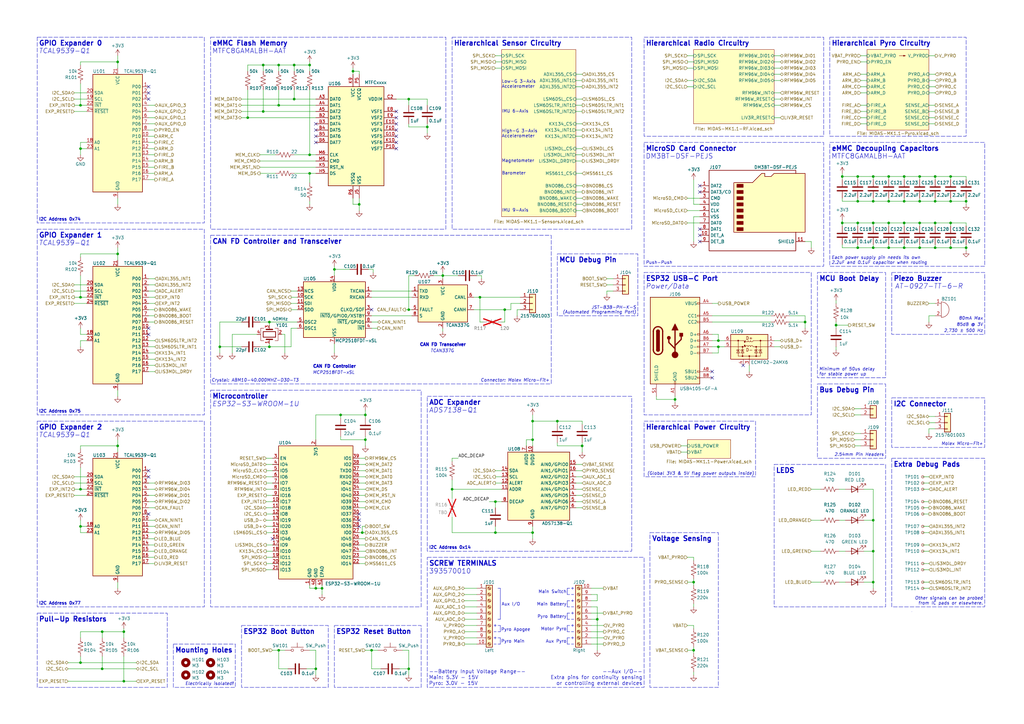
<source format=kicad_sch>
(kicad_sch (version 20230121) (generator eeschema)
  (paper "A3")
  (title_block (title "MIDAS MK1.1") (date "2024-01-11") (rev "A") (company "Illinois Space Society") (comment 3 "Jacob Johnson, Jason Yan") (comment 4 "Contributors: Thomas McManamen, Peter Giannetos, Quinn Athas, Theodore Ng,"))
  (lib_symbols
    (symbol "ADC_Texas:ADS7138-Q1"
      (property "Reference" "U" (at -12.065 14.605 0))
      (property "Value" "ADS7138-Q1" (at 6.985 14.605 0))
      (symbol "ADS7138-Q1_0_0"
        (pin bidirectional line (at 15.24 2.54 180) (length 2.54) (name "ANI2/GPIO2") (number "1"))
        (pin power_in line (at -2.54 15.24 270) (length 2.54) (name "DVDD") (number "10"))
        (pin input line (at -15.24 -2.54 0) (length 2.54) (name "ADDR") (number "11"))
        (pin output line (at -15.24 0 0) (length 2.54) (name "ALERT") (number "12"))
        (pin input line (at -15.24 2.54 0) (length 2.54) (name "SCL") (number "13"))
        (pin bidirectional line (at -15.24 5.08 0) (length 2.54) (name "SDA") (number "14"))
        (pin bidirectional line (at 15.24 7.62 180) (length 2.54) (name "AIN0/GPIO0") (number "15"))
        (pin bidirectional line (at 15.24 5.08 180) (length 2.54) (name "AIN1/GPIO1") (number "16"))
        (pin bidirectional line (at 15.24 0 180) (length 2.54) (name "AIN3/GPIO3") (number "2"))
        (pin bidirectional line (at 15.24 -2.54 180) (length 2.54) (name "AIN4/GPIO4") (number "3"))
        (pin bidirectional line (at 15.24 -5.08 180) (length 2.54) (name "AIN5/GPIO5") (number "4"))
        (pin bidirectional line (at 15.24 -7.62 180) (length 2.54) (name "AIN6/GPIO6") (number "5"))
        (pin bidirectional line (at 15.24 -10.16 180) (length 2.54) (name "AIN7/GPIO7") (number "6"))
        (pin power_in line (at -5.08 15.24 270) (length 2.54) (name "AVDD") (number "7"))
        (pin power_in line (at -15.24 -7.62 0) (length 2.54) (name "DECAP") (number "8"))
        (pin power_in line (at -2.54 -17.78 90) (length 2.54) (name "GND") (number "9"))
      )
      (symbol "ADS7138-Q1_1_0"
        (pin power_in line (at -2.54 -17.78 90) (length 2.54) hide (name "EPAD") (number "17"))
      )
    )
    (symbol "Connector:Micro_SD_Card_Det2"
      (property "Reference" "J" (at -16.51 17.78 0))
      (property "Value" "Micro_SD_Card_Det2" (at 16.51 17.78 0))
      (symbol "Micro_SD_Card_Det2_1_1"
        (pin bidirectional line (at -22.86 10.16 0) (length 3.81) (name "DAT2") (number "1"))
        (pin passive line (at -22.86 -10.16 0) (length 3.81) (name "DET_A") (number "10"))
        (pin passive line (at 20.32 -12.7 180) (length 3.81) (name "SHIELD") (number "11"))
        (pin bidirectional line (at -22.86 7.62 0) (length 3.81) (name "DAT3/CD") (number "2"))
        (pin input line (at -22.86 5.08 0) (length 3.81) (name "CMD") (number "3"))
        (pin power_in line (at -22.86 2.54 0) (length 3.81) (name "VDD") (number "4"))
        (pin input line (at -22.86 0 0) (length 3.81) (name "CLK") (number "5"))
        (pin power_in line (at -22.86 -2.54 0) (length 3.81) (name "VSS") (number "6"))
        (pin bidirectional line (at -22.86 -5.08 0) (length 3.81) (name "DAT0") (number "7"))
        (pin bidirectional line (at -22.86 -7.62 0) (length 3.81) (name "DAT1") (number "8"))
        (pin passive line (at -22.86 -12.7 0) (length 3.81) (name "DET_B") (number "9"))
      )
    )
    (symbol "Connector:Screw_Terminal_01x10" (pin_names (offset 1.016) hide)
      (property "Reference" "J" (at 0 12.7 0))
      (property "Value" "Screw_Terminal_01x10" (at 0 -15.24 0))
      (symbol "Screw_Terminal_01x10_1_1"
        (pin passive line (at -5.08 10.16 0) (length 3.81) (name "Pin_1") (number "1"))
        (pin passive line (at -5.08 -12.7 0) (length 3.81) (name "Pin_10") (number "10"))
        (pin passive line (at -5.08 7.62 0) (length 3.81) (name "Pin_2") (number "2"))
        (pin passive line (at -5.08 5.08 0) (length 3.81) (name "Pin_3") (number "3"))
        (pin passive line (at -5.08 2.54 0) (length 3.81) (name "Pin_4") (number "4"))
        (pin passive line (at -5.08 0 0) (length 3.81) (name "Pin_5") (number "5"))
        (pin passive line (at -5.08 -2.54 0) (length 3.81) (name "Pin_6") (number "6"))
        (pin passive line (at -5.08 -5.08 0) (length 3.81) (name "Pin_7") (number "7"))
        (pin passive line (at -5.08 -7.62 0) (length 3.81) (name "Pin_8") (number "8"))
        (pin passive line (at -5.08 -10.16 0) (length 3.81) (name "Pin_9") (number "9"))
      )
    )
    (symbol "Connector:TestPoint_Small" (pin_numbers hide) (pin_names (offset 0.762) hide)
      (property "Reference" "TP" (at 0 3.81 0))
      (property "Value" "TestPoint_Small" (at 0 2.032 0))
      (symbol "TestPoint_Small_1_1"
        (pin passive line (at 0 0 90) (length 0) (name "1") (number "1"))
      )
    )
    (symbol "Connector:USB_C_Receptacle_USB2.0" (pin_names (offset 1.016))
      (property "Reference" "J101" (at 0 22.86 0))
      (property "Value" "USB4105-GF-A" (at 0 20.32 0))
      (symbol "USB_C_Receptacle_USB2.0_1_1"
        (pin passive line (at 0 -22.86 90) (length 5.08) (name "GND") (number "A1"))
        (pin passive line (at 0 -22.86 90) (length 5.08) hide (name "GND") (number "A12"))
        (pin passive line (at 15.24 15.24 180) (length 5.08) (name "VBUS") (number "A4"))
        (pin bidirectional line (at 15.24 10.16 180) (length 5.08) (name "CC1") (number "A5"))
        (pin bidirectional line (at 15.24 2.54 180) (length 5.08) (name "D+") (number "A6"))
        (pin bidirectional line (at 15.24 -2.54 180) (length 5.08) (name "D-") (number "A7"))
        (pin bidirectional line (at 15.24 -12.7 180) (length 5.08) (name "SBU1") (number "A8"))
        (pin passive line (at 15.24 15.24 180) (length 5.08) hide (name "VBUS") (number "A9"))
        (pin passive line (at 0 -22.86 90) (length 5.08) hide (name "GND") (number "B1"))
        (pin passive line (at 0 -22.86 90) (length 5.08) hide (name "GND") (number "B12"))
        (pin passive line (at 15.24 15.24 180) (length 5.08) hide (name "VBUS") (number "B4"))
        (pin bidirectional line (at 15.24 7.62 180) (length 5.08) (name "CC2") (number "B5"))
        (pin bidirectional line (at 15.24 0 180) (length 5.08) (name "D+") (number "B6"))
        (pin bidirectional line (at 15.24 -5.08 180) (length 5.08) (name "D-") (number "B7"))
        (pin bidirectional line (at 15.24 -15.24 180) (length 5.08) (name "SBU2") (number "B8"))
        (pin passive line (at 15.24 15.24 180) (length 5.08) hide (name "VBUS") (number "B9"))
        (pin passive line (at -7.62 -22.86 90) (length 5.08) (name "SHIELD") (number "S1"))
      )
    )
    (symbol "Connector_Generic:Conn_01x02" (pin_names (offset 1.016) hide)
      (property "Reference" "J" (at 0 2.54 0))
      (property "Value" "Conn_01x02" (at 0 -5.08 0))
      (symbol "Conn_01x02_1_1"
        (pin passive line (at -5.08 0 0) (length 3.81) (name "Pin_1") (number "1"))
        (pin passive line (at -5.08 -2.54 0) (length 3.81) (name "Pin_2") (number "2"))
      )
    )
    (symbol "Connector_Generic:Conn_01x03" (pin_names (offset 1.016) hide)
      (property "Reference" "J" (at 0 5.08 0))
      (property "Value" "Conn_01x03" (at 0 -5.08 0))
      (symbol "Conn_01x03_1_1"
        (pin passive line (at -5.08 2.54 0) (length 3.81) (name "Pin_1") (number "1"))
        (pin passive line (at -5.08 0 0) (length 3.81) (name "Pin_2") (number "2"))
        (pin passive line (at -5.08 -2.54 0) (length 3.81) (name "Pin_3") (number "3"))
      )
    )
    (symbol "Device:Buzzer" (pin_names (offset 0.0254) hide)
      (property "Reference" "BZ" (at 3.81 1.27 0))
      (property "Value" "Buzzer" (at 3.81 -1.27 0))
      (symbol "Buzzer_1_1"
        (pin passive line (at -2.54 2.54 0) (length 2.54) (name "-") (number "1"))
        (pin passive line (at -2.54 -2.54 0) (length 2.54) (name "+") (number "2"))
      )
    )
    (symbol "Device:C" (pin_numbers hide) (pin_names (offset 0.254))
      (property "Reference" "C" (at 0.635 2.54 0))
      (property "Value" "C" (at 0.635 -2.54 0))
      (symbol "C_1_1"
        (pin passive line (at 0 3.81 270) (length 2.794) (name "~") (number "1"))
        (pin passive line (at 0 -3.81 90) (length 2.794) (name "~") (number "2"))
      )
    )
    (symbol "Device:Crystal_GND24" (pin_names (offset 1.016) hide)
      (property "Reference" "Y" (at 3.175 5.08 0))
      (property "Value" "Crystal_GND24" (at 3.175 3.175 0))
      (symbol "Crystal_GND24_1_1"
        (pin passive line (at -3.81 0 0) (length 1.27) (name "1") (number "1"))
        (pin passive line (at 0 5.08 270) (length 1.27) (name "2") (number "2"))
        (pin passive line (at 3.81 0 180) (length 1.27) (name "3") (number "3"))
        (pin passive line (at 0 -5.08 90) (length 1.27) (name "4") (number "4"))
      )
    )
    (symbol "Device:LED" (pin_numbers hide) (pin_names (offset 1.016) hide)
      (property "Reference" "D" (at 0 2.54 0))
      (property "Value" "LED" (at 0 -2.54 0))
      (symbol "LED_1_1"
        (pin passive line (at -3.81 0 0) (length 2.54) (name "K") (number "1"))
        (pin passive line (at 3.81 0 180) (length 2.54) (name "A") (number "2"))
      )
    )
    (symbol "Device:R_US" (pin_numbers hide) (pin_names (offset 0))
      (property "Reference" "R" (at 2.54 0 90))
      (property "Value" "R_US" (at -2.54 0 90))
      (symbol "R_US_1_1"
        (pin passive line (at 0 3.81 270) (length 1.27) (name "~") (number "1"))
        (pin passive line (at 0 -3.81 90) (length 1.27) (name "~") (number "2"))
      )
    )
    (symbol "Expander_Texas:TCAL9539-Q1"
      (property "Reference" "U" (at -12.065 24.765 0))
      (property "Value" "TCAL9539-Q1" (at 10.16 24.765 0))
      (symbol "TCAL9539-Q1_0_0"
        (pin bidirectional line (at 12.7 17.78 180) (length 2.54) (name "P00") (number "1"))
        (pin bidirectional line (at 12.7 -2.54 180) (length 2.54) (name "P10") (number "10"))
        (pin bidirectional line (at 12.7 -5.08 180) (length 2.54) (name "P11") (number "11"))
        (pin bidirectional line (at 12.7 -7.62 180) (length 2.54) (name "P12") (number "12"))
        (pin bidirectional line (at 12.7 -10.16 180) (length 2.54) (name "P13") (number "13"))
        (pin bidirectional line (at 12.7 -12.7 180) (length 2.54) (name "P14") (number "14"))
        (pin bidirectional line (at 12.7 -15.24 180) (length 2.54) (name "P15") (number "15"))
        (pin bidirectional line (at 12.7 -17.78 180) (length 2.54) (name "P16") (number "16"))
        (pin bidirectional line (at 12.7 -20.32 180) (length 2.54) (name "P17") (number "17"))
        (pin input line (at -12.7 -5.08 0) (length 2.54) (name "A0") (number "18"))
        (pin input line (at -12.7 12.7 0) (length 2.54) (name "SCL") (number "19"))
        (pin bidirectional line (at 12.7 15.24 180) (length 2.54) (name "P01") (number "2"))
        (pin bidirectional line (at -12.7 15.24 0) (length 2.54) (name "SDA") (number "20"))
        (pin power_in line (at 0 25.4 270) (length 2.54) (name "VCC") (number "21"))
        (pin output line (at -12.7 10.16 0) (length 2.54) (name "~{INT}") (number "22"))
        (pin input line (at -12.7 -7.62 0) (length 2.54) (name "A1") (number "23"))
        (pin input line (at -12.7 7.62 0) (length 2.54) (name "~{RESET}") (number "24"))
        (pin bidirectional line (at 12.7 12.7 180) (length 2.54) (name "P02") (number "3"))
        (pin input line (at 12.7 10.16 180) (length 2.54) (name "P03") (number "4"))
        (pin bidirectional line (at 12.7 7.62 180) (length 2.54) (name "P04") (number "5"))
        (pin bidirectional line (at 12.7 5.08 180) (length 2.54) (name "P05") (number "6"))
        (pin bidirectional line (at 12.7 2.54 180) (length 2.54) (name "P06") (number "7"))
        (pin bidirectional line (at 12.7 0 180) (length 2.54) (name "P07") (number "8"))
        (pin power_in line (at 0 -27.94 90) (length 2.54) (name "GND") (number "9"))
      )
      (symbol "TCAL9539-Q1_1_0"
        (pin power_in line (at 0 -27.94 90) (length 2.54) hide (name "GND") (number "25"))
      )
    )
    (symbol "GND_8" (power) (pin_names (offset 0))
      (property "Value" "GND_8" (at 0 -3.81 0))
      (symbol "GND_8_1_1"
        (pin power_in line (at 0 0 270) (length 0) hide (name "GND") (number "1"))
      )
    )
    (symbol "Graphic:SYM_Arrow_Tiny" (in_bom no) (on_board no))
    (symbol "Interface_CAN_LIN:TCAN337G"
      (property "Reference" "U107" (at -10.16 8.89 0))
      (property "Value" "TCAN337G" (at 1.27 -8.89 0))
      (symbol "TCAN337G_1_1"
        (pin input line (at -12.7 5.08 0) (length 2.54) (name "TXD") (number "1"))
        (pin power_in line (at 0 -10.16 90) (length 2.54) (name "GND") (number "2"))
        (pin power_in line (at 0 10.16 270) (length 2.54) (name "VCC") (number "3"))
        (pin tri_state line (at -12.7 2.54 0) (length 2.54) (name "RXD") (number "4"))
        (pin open_collector line (at -12.7 -2.54 0) (length 2.54) (name "FAULT") (number "5"))
        (pin bidirectional line (at 12.7 2.54 180) (length 2.54) (name "CANL") (number "6"))
        (pin bidirectional line (at 12.7 -2.54 180) (length 2.54) (name "CANH") (number "7"))
        (pin input line (at -12.7 -5.08 0) (length 2.54) (name "S") (number "8"))
      )
    )
    (symbol "Interface_CAN_Microchip:MCP2518FDT-xSL" (pin_names (offset 0.254))
      (property "Reference" "U" (at -11.43 12.7 0))
      (property "Value" "MCP2518FDT-xSL" (at 10.16 -12.7 0))
      (symbol "MCP2518FDT-xSL_1_1"
        (pin output line (at 15.24 7.62 180) (length 2.54) (name "TXCAN") (number "1"))
        (pin input line (at -15.24 5.08 0) (length 2.54) (name "SCK") (number "10"))
        (pin input line (at -15.24 2.54 0) (length 2.54) (name "SDI") (number "11"))
        (pin output line (at -15.24 0 0) (length 2.54) (name "SDO") (number "12"))
        (pin input line (at -15.24 7.62 0) (length 2.54) (name "NCS") (number "13"))
        (pin power_in line (at 0 13.97 270) (length 2.54) (name "VDD") (number "14"))
        (pin input line (at 15.24 5.08 180) (length 2.54) (name "RXCAN") (number "2"))
        (pin output line (at 15.24 0 180) (length 2.54) (name "CLKO/SOF") (number "3"))
        (pin output line (at 15.24 -7.62 180) (length 2.54) (name "~{INT}") (number "4"))
        (pin output line (at -15.24 -5.08 0) (length 2.54) (name "OSC2") (number "5"))
        (pin input line (at -15.24 -7.62 0) (length 2.54) (name "OSC1") (number "6"))
        (pin power_in line (at 0 -13.97 90) (length 2.54) (name "VSS") (number "7"))
        (pin bidirectional line (at 15.24 -5.08 180) (length 2.54) (name "~{INT1}/GPIO1") (number "8"))
        (pin bidirectional line (at 15.24 -2.54 180) (length 2.54) (name "~{INT0}/GPIO0/XSTBY") (number "9"))
      )
    )
    (symbol "MCU_ESP32:ESP32-S3-WROOM-1U"
      (property "Reference" "U" (at -14.605 29.21 0))
      (property "Value" "ESP32-S3-WROOM-1U" (at 13.97 29.21 0))
      (symbol "ESP32-S3-WROOM-1U_1_1"
        (pin power_in line (at -2.54 -29.21 90) (length 2.54) (name "GND") (number "1"))
        (pin bidirectional line (at -17.78 5.08 0) (length 2.54) (name "IO17") (number "10"))
        (pin bidirectional line (at -17.78 2.54 0) (length 2.54) (name "IO18") (number "11"))
        (pin bidirectional line (at -17.78 0 0) (length 2.54) (name "IO8") (number "12"))
        (pin bidirectional line (at -17.78 -2.54 0) (length 2.54) (name "IO19") (number "13"))
        (pin bidirectional line (at -17.78 -5.08 0) (length 2.54) (name "IO20") (number "14"))
        (pin bidirectional line (at -17.78 -7.62 0) (length 2.54) (name "IO3") (number "15"))
        (pin bidirectional line (at -17.78 -10.16 0) (length 2.54) (name "IO46") (number "16"))
        (pin bidirectional line (at -17.78 -12.7 0) (length 2.54) (name "IO9") (number "17"))
        (pin bidirectional line (at -17.78 -15.24 0) (length 2.54) (name "IO10") (number "18"))
        (pin bidirectional line (at -17.78 -17.78 0) (length 2.54) (name "IO11") (number "19"))
        (pin power_in line (at 0 30.48 270) (length 2.54) (name "3V3") (number "2"))
        (pin bidirectional line (at -17.78 -20.32 0) (length 2.54) (name "IO12") (number "20"))
        (pin bidirectional line (at -17.78 -22.86 0) (length 2.54) (name "IO13") (number "21"))
        (pin bidirectional line (at 17.78 -20.32 180) (length 2.54) (name "IO14") (number "22"))
        (pin bidirectional line (at 17.78 -17.78 180) (length 2.54) (name "IO21") (number "23"))
        (pin bidirectional line (at 17.78 -15.24 180) (length 2.54) (name "IO47") (number "24"))
        (pin bidirectional line (at 17.78 -12.7 180) (length 2.54) (name "IO48") (number "25"))
        (pin bidirectional line (at 17.78 -10.16 180) (length 2.54) (name "IO45") (number "26"))
        (pin bidirectional line (at 17.78 -7.62 180) (length 2.54) (name "IO0") (number "27"))
        (pin bidirectional line (at 17.78 -5.08 180) (length 2.54) (name "IO35") (number "28"))
        (pin bidirectional line (at 17.78 -2.54 180) (length 2.54) (name "IO36") (number "29"))
        (pin input line (at -17.78 22.86 0) (length 2.54) (name "EN") (number "3"))
        (pin bidirectional line (at 17.78 0 180) (length 2.54) (name "IO37") (number "30"))
        (pin bidirectional line (at 17.78 2.54 180) (length 2.54) (name "IO38") (number "31"))
        (pin bidirectional line (at 17.78 5.08 180) (length 2.54) (name "IO39") (number "32"))
        (pin bidirectional line (at 17.78 7.62 180) (length 2.54) (name "IO40") (number "33"))
        (pin bidirectional line (at 17.78 10.16 180) (length 2.54) (name "IO41") (number "34"))
        (pin bidirectional line (at 17.78 12.7 180) (length 2.54) (name "IO42") (number "35"))
        (pin bidirectional line (at 17.78 15.24 180) (length 2.54) (name "RXD0") (number "36"))
        (pin bidirectional line (at 17.78 17.78 180) (length 2.54) (name "TXD0") (number "37"))
        (pin bidirectional line (at 17.78 20.32 180) (length 2.54) (name "IO2") (number "38"))
        (pin bidirectional line (at 17.78 22.86 180) (length 2.54) (name "IO1") (number "39"))
        (pin bidirectional line (at -17.78 20.32 0) (length 2.54) (name "IO4") (number "4"))
        (pin power_in line (at 0 -29.21 90) (length 2.54) (name "GND") (number "40"))
        (pin power_out line (at 2.54 -29.21 90) (length 2.54) (name "EPAD") (number "41"))
        (pin bidirectional line (at -17.78 17.78 0) (length 2.54) (name "IO5") (number "5"))
        (pin bidirectional line (at -17.78 15.24 0) (length 2.54) (name "IO6") (number "6"))
        (pin bidirectional line (at -17.78 12.7 0) (length 2.54) (name "IO7") (number "7"))
        (pin bidirectional line (at -17.78 10.16 0) (length 2.54) (name "IO15") (number "8"))
        (pin bidirectional line (at -17.78 7.62 0) (length 2.54) (name "IO16") (number "9"))
      )
    )
    (symbol "Mechanical:MountingHole" (pin_names (offset 1.016))
      (property "Reference" "H" (at 0 5.08 0))
      (property "Value" "MountingHole" (at 0 3.175 0))
    )
    (symbol "Memory_eMMC_Micron:MTFCxxxx"
      (property "Reference" "U" (at -12.7 22.86 0))
      (property "Value" "MTFCxxxx" (at 2.54 22.86 0))
      (symbol "MTFCxxxx_1_1"
        (pin no_connect line (at 15.24 -10.16 180) (length 5.08) hide (name "NC_1") (number "A1"))
        (pin no_connect line (at 15.24 -10.16 180) (length 5.08) hide (name "NC_5") (number "A10"))
        (pin no_connect line (at 15.24 -10.16 180) (length 5.08) hide (name "NC_6") (number "A11"))
        (pin no_connect line (at 15.24 -10.16 180) (length 5.08) hide (name "NC_7") (number "A12"))
        (pin no_connect line (at 15.24 -10.16 180) (length 5.08) hide (name "NC_8") (number "A13"))
        (pin no_connect line (at 15.24 -10.16 180) (length 5.08) hide (name "NC_9") (number "A14"))
        (pin no_connect line (at 15.24 -10.16 180) (length 5.08) hide (name "NC_2") (number "A2"))
        (pin bidirectional line (at -17.78 15.24 0) (length 5.08) (name "DAT0") (number "A3"))
        (pin bidirectional line (at -17.78 12.7 0) (length 5.08) (name "DAT1") (number "A4"))
        (pin bidirectional line (at -17.78 10.16 0) (length 5.08) (name "DAT2") (number "A5"))
        (pin power_in line (at 0 -25.4 90) (length 5.08) hide (name "VSS") (number "A6"))
        (pin no_connect line (at 15.24 -12.7 180) (length 5.08) hide (name "RFU_1") (number "A7"))
        (pin no_connect line (at 15.24 -10.16 180) (length 5.08) hide (name "NC_3") (number "A8"))
        (pin no_connect line (at 15.24 -10.16 180) (length 5.08) hide (name "NC_4") (number "A9"))
        (pin no_connect line (at 15.24 -10.16 180) (length 5.08) hide (name "NC_10") (number "B1"))
        (pin no_connect line (at 15.24 -10.16 180) (length 5.08) hide (name "NC_14") (number "B10"))
        (pin no_connect line (at 15.24 -10.16 180) (length 5.08) hide (name "NC_15") (number "B11"))
        (pin no_connect line (at 15.24 -10.16 180) (length 5.08) hide (name "NC_16") (number "B12"))
        (pin no_connect line (at 15.24 -10.16 180) (length 5.08) hide (name "NC_17") (number "B13"))
        (pin no_connect line (at 15.24 -10.16 180) (length 5.08) hide (name "NC_18") (number "B14"))
        (pin bidirectional line (at -17.78 7.62 0) (length 5.08) (name "DAT3") (number "B2"))
        (pin bidirectional line (at -17.78 5.08 0) (length 5.08) (name "DAT4") (number "B3"))
        (pin bidirectional line (at -17.78 2.54 0) (length 5.08) (name "DAT5") (number "B4"))
        (pin bidirectional line (at -17.78 0 0) (length 5.08) (name "DAT6") (number "B5"))
        (pin bidirectional line (at -17.78 -2.54 0) (length 5.08) (name "DAT7") (number "B6"))
        (pin no_connect line (at 15.24 -10.16 180) (length 5.08) hide (name "NC_11") (number "B7"))
        (pin no_connect line (at 15.24 -10.16 180) (length 5.08) hide (name "NC_12") (number "B8"))
        (pin no_connect line (at 15.24 -10.16 180) (length 5.08) hide (name "NC_13") (number "B9"))
        (pin no_connect line (at 15.24 -10.16 180) (length 5.08) hide (name "NC_19") (number "C1"))
        (pin no_connect line (at 15.24 -10.16 180) (length 5.08) hide (name "NC_25") (number "C10"))
        (pin no_connect line (at 15.24 -10.16 180) (length 5.08) hide (name "NC_26") (number "C11"))
        (pin no_connect line (at 15.24 -10.16 180) (length 5.08) hide (name "NC_27") (number "C12"))
        (pin no_connect line (at 15.24 -10.16 180) (length 5.08) hide (name "NC_28") (number "C13"))
        (pin no_connect line (at 15.24 -10.16 180) (length 5.08) hide (name "NC_29") (number "C14"))
        (pin power_in line (at 15.24 15.24 180) (length 5.08) (name "VDDIM") (number "C2"))
        (pin no_connect line (at 15.24 -10.16 180) (length 5.08) hide (name "NC_20") (number "C3"))
        (pin power_in line (at -2.54 -25.4 90) (length 5.08) hide (name "VSSQ") (number "C4"))
        (pin no_connect line (at 15.24 -10.16 180) (length 5.08) hide (name "NC_21") (number "C5"))
        (pin power_in line (at 0 25.4 270) (length 5.08) hide (name "VCCQ") (number "C6"))
        (pin no_connect line (at 15.24 -10.16 180) (length 5.08) hide (name "NC_22") (number "C7"))
        (pin no_connect line (at 15.24 -10.16 180) (length 5.08) hide (name "NC_23") (number "C8"))
        (pin no_connect line (at 15.24 -10.16 180) (length 5.08) hide (name "NC_24") (number "C9"))
        (pin no_connect line (at 15.24 -10.16 180) (length 5.08) hide (name "NC_30") (number "D1"))
        (pin no_connect line (at 15.24 -10.16 180) (length 5.08) hide (name "NC_34") (number "D12"))
        (pin no_connect line (at 15.24 -10.16 180) (length 5.08) hide (name "NC_35") (number "D13"))
        (pin no_connect line (at 15.24 -10.16 180) (length 5.08) hide (name "NC_36") (number "D14"))
        (pin no_connect line (at 15.24 -10.16 180) (length 5.08) hide (name "NC_31") (number "D2"))
        (pin no_connect line (at 15.24 -10.16 180) (length 5.08) hide (name "NC_32") (number "D3"))
        (pin no_connect line (at 15.24 -10.16 180) (length 5.08) hide (name "NC_33") (number "D4"))
        (pin no_connect line (at 15.24 -10.16 180) (length 5.08) hide (name "NC_37") (number "E1"))
        (pin bidirectional line (at 15.24 5.08 180) (length 5.08) (name "VSF3") (number "E10"))
        (pin no_connect line (at 15.24 -10.16 180) (length 5.08) hide (name "NC_40") (number "E12"))
        (pin no_connect line (at 15.24 -10.16 180) (length 5.08) hide (name "NC_41") (number "E13"))
        (pin no_connect line (at 15.24 -10.16 180) (length 5.08) hide (name "NC_42") (number "E14"))
        (pin no_connect line (at 15.24 -10.16 180) (length 5.08) hide (name "NC_38") (number "E2"))
        (pin no_connect line (at 15.24 -10.16 180) (length 5.08) hide (name "NC_39") (number "E3"))
        (pin no_connect line (at 15.24 -12.7 180) (length 5.08) hide (name "RFU_2") (number "E5"))
        (pin power_in line (at -2.54 25.4 270) (length 5.08) hide (name "VCC") (number "E6"))
        (pin power_in line (at 0 -25.4 90) (length 5.08) hide (name "VSS") (number "E7"))
        (pin bidirectional line (at 15.24 10.16 180) (length 5.08) (name "VSF1") (number "E8"))
        (pin bidirectional line (at 15.24 7.62 180) (length 5.08) (name "VSF2") (number "E9"))
        (pin no_connect line (at 15.24 -10.16 180) (length 5.08) hide (name "NC_43") (number "F1"))
        (pin bidirectional line (at 15.24 2.54 180) (length 5.08) (name "VSF4") (number "F10"))
        (pin no_connect line (at 15.24 -10.16 180) (length 5.08) hide (name "NC_46") (number "F12"))
        (pin no_connect line (at 15.24 -10.16 180) (length 5.08) hide (name "NC_47") (number "F13"))
        (pin no_connect line (at 15.24 -10.16 180) (length 5.08) hide (name "NC_48") (number "F14"))
        (pin no_connect line (at 15.24 -10.16 180) (length 5.08) hide (name "NC_44") (number "F2"))
        (pin no_connect line (at 15.24 -10.16 180) (length 5.08) hide (name "NC_45") (number "F3"))
        (pin power_in line (at -2.54 25.4 270) (length 5.08) hide (name "VCC") (number "F5"))
        (pin no_connect line (at 15.24 -10.16 180) (length 5.08) hide (name "NC_49") (number "G1"))
        (pin bidirectional line (at 15.24 0 180) (length 5.08) (name "VSF5") (number "G10"))
        (pin no_connect line (at 15.24 -10.16 180) (length 5.08) hide (name "NC_52") (number "G12"))
        (pin no_connect line (at 15.24 -10.16 180) (length 5.08) hide (name "NC_53") (number "G13"))
        (pin no_connect line (at 15.24 -10.16 180) (length 5.08) hide (name "NC_54") (number "G14"))
        (pin no_connect line (at 15.24 -10.16 180) (length 5.08) hide (name "NC_50") (number "G2"))
        (pin no_connect line (at 15.24 -10.16 180) (length 5.08) hide (name "NC_51") (number "G3"))
        (pin power_in line (at 0 -25.4 90) (length 5.08) hide (name "VSS") (number "G5"))
        (pin no_connect line (at 15.24 -10.16 180) (length 5.08) hide (name "NC_55") (number "H1"))
        (pin power_in line (at 0 -25.4 90) (length 5.08) hide (name "VSS") (number "H10"))
        (pin no_connect line (at 15.24 -10.16 180) (length 5.08) hide (name "NC_58") (number "H12"))
        (pin no_connect line (at 15.24 -10.16 180) (length 5.08) hide (name "NC_59") (number "H13"))
        (pin no_connect line (at 15.24 -10.16 180) (length 5.08) hide (name "NC_60") (number "H14"))
        (pin no_connect line (at 15.24 -10.16 180) (length 5.08) hide (name "NC_56") (number "H2"))
        (pin no_connect line (at 15.24 -10.16 180) (length 5.08) hide (name "NC_57") (number "H3"))
        (pin output line (at -17.78 -15.24 0) (length 5.08) (name "DS") (number "H5"))
        (pin no_connect line (at 15.24 -10.16 180) (length 5.08) hide (name "NC_61") (number "J1"))
        (pin power_in line (at -2.54 25.4 270) (length 5.08) hide (name "VCC") (number "J10"))
        (pin no_connect line (at 15.24 -10.16 180) (length 5.08) hide (name "NC_64") (number "J12"))
        (pin no_connect line (at 15.24 -10.16 180) (length 5.08) hide (name "NC_65") (number "J13"))
        (pin no_connect line (at 15.24 -10.16 180) (length 5.08) hide (name "NC_66") (number "J14"))
        (pin no_connect line (at 15.24 -10.16 180) (length 5.08) hide (name "NC_62") (number "J2"))
        (pin no_connect line (at 15.24 -10.16 180) (length 5.08) hide (name "NC_63") (number "J3"))
        (pin power_in line (at 0 -25.4 90) (length 5.08) (name "VSS") (number "J5"))
        (pin no_connect line (at 15.24 -10.16 180) (length 5.08) hide (name "NC_67") (number "K1"))
        (pin bidirectional line (at 15.24 -2.54 180) (length 5.08) (name "VSF6") (number "K10"))
        (pin no_connect line (at 15.24 -10.16 180) (length 5.08) hide (name "NC_70") (number "K12"))
        (pin no_connect line (at 15.24 -10.16 180) (length 5.08) hide (name "NC_71") (number "K13"))
        (pin no_connect line (at 15.24 -10.16 180) (length 5.08) hide (name "NC_72") (number "K14"))
        (pin no_connect line (at 15.24 -10.16 180) (length 5.08) hide (name "NC_68") (number "K2"))
        (pin no_connect line (at 15.24 -10.16 180) (length 5.08) hide (name "NC_69") (number "K3"))
        (pin input line (at -17.78 -12.7 0) (length 5.08) (name "RST_N") (number "K5"))
        (pin no_connect line (at 15.24 -12.7 180) (length 5.08) hide (name "RFU_3") (number "K6"))
        (pin no_connect line (at 15.24 -12.7 180) (length 5.08) hide (name "RFU_4") (number "K7"))
        (pin power_in line (at -2.54 -25.4 90) (length 5.08) hide (name "VSS") (number "K8"))
        (pin power_in line (at -2.54 25.4 270) (length 5.08) (name "VCC") (number "K9"))
        (pin no_connect line (at 15.24 -10.16 180) (length 5.08) hide (name "NC_73") (number "L1"))
        (pin no_connect line (at 15.24 -10.16 180) (length 5.08) hide (name "NC_76") (number "L12"))
        (pin no_connect line (at 15.24 -10.16 180) (length 5.08) hide (name "NC_77") (number "L13"))
        (pin no_connect line (at 15.24 -10.16 180) (length 5.08) hide (name "NC_78") (number "L14"))
        (pin no_connect line (at 15.24 -10.16 180) (length 5.08) hide (name "NC_74") (number "L2"))
        (pin no_connect line (at 15.24 -10.16 180) (length 5.08) hide (name "NC_75") (number "L3"))
        (pin no_connect line (at 15.24 -10.16 180) (length 5.08) hide (name "NC_79") (number "M1"))
        (pin no_connect line (at 15.24 -10.16 180) (length 5.08) hide (name "NC_85") (number "M10"))
        (pin no_connect line (at 15.24 -10.16 180) (length 5.08) hide (name "NC_86") (number "M11"))
        (pin no_connect line (at 15.24 -10.16 180) (length 5.08) hide (name "NC_87") (number "M12"))
        (pin no_connect line (at 15.24 -10.16 180) (length 5.08) hide (name "NC_88") (number "M13"))
        (pin no_connect line (at 15.24 -10.16 180) (length 5.08) hide (name "NC_89") (number "M14"))
        (pin no_connect line (at 15.24 -10.16 180) (length 5.08) hide (name "NC_80") (number "M2"))
        (pin no_connect line (at 15.24 -10.16 180) (length 5.08) hide (name "NC_81") (number "M3"))
        (pin power_in line (at 0 25.4 270) (length 5.08) hide (name "VCCQ") (number "M4"))
        (pin bidirectional line (at -17.78 -10.16 0) (length 5.08) (name "CMD") (number "M5"))
        (pin input line (at -17.78 -7.62 0) (length 5.08) (name "CLK") (number "M6"))
        (pin no_connect line (at 15.24 -10.16 180) (length 5.08) hide (name "NC_82") (number "M7"))
        (pin no_connect line (at 15.24 -10.16 180) (length 5.08) hide (name "NC_83") (number "M8"))
        (pin no_connect line (at 15.24 -10.16 180) (length 5.08) hide (name "NC_84") (number "M9"))
        (pin no_connect line (at 15.24 -10.16 180) (length 5.08) hide (name "NC_90") (number "N1"))
        (pin no_connect line (at 15.24 -10.16 180) (length 5.08) hide (name "NC_96") (number "N10"))
        (pin no_connect line (at 15.24 -10.16 180) (length 5.08) hide (name "NC_97") (number "N11"))
        (pin no_connect line (at 15.24 -10.16 180) (length 5.08) hide (name "NC_98") (number "N12"))
        (pin no_connect line (at 15.24 -10.16 180) (length 5.08) hide (name "NC_99") (number "N13"))
        (pin no_connect line (at 15.24 -10.16 180) (length 5.08) hide (name "NC_100") (number "N14"))
        (pin power_in line (at -2.54 -25.4 90) (length 5.08) hide (name "VSSQ") (number "N2"))
        (pin no_connect line (at 15.24 -10.16 180) (length 5.08) hide (name "NC_91") (number "N3"))
        (pin power_in line (at 0 25.4 270) (length 5.08) hide (name "VCCQ") (number "N4"))
        (pin power_in line (at -2.54 -25.4 90) (length 5.08) hide (name "VSSQ") (number "N5"))
        (pin no_connect line (at 15.24 -10.16 180) (length 5.08) hide (name "NC_92") (number "N6"))
        (pin no_connect line (at 15.24 -10.16 180) (length 5.08) hide (name "NC_93") (number "N7"))
        (pin no_connect line (at 15.24 -10.16 180) (length 5.08) hide (name "NC_94") (number "N8"))
        (pin no_connect line (at 15.24 -10.16 180) (length 5.08) hide (name "NC_95") (number "N9"))
        (pin no_connect line (at 15.24 -10.16 180) (length 5.08) hide (name "NC_101") (number "P1"))
        (pin bidirectional line (at 15.24 -5.08 180) (length 5.08) (name "VSF7") (number "P10"))
        (pin no_connect line (at 15.24 -10.16 180) (length 5.08) hide (name "NC_106") (number "P11"))
        (pin no_connect line (at 15.24 -10.16 180) (length 5.08) hide (name "NC_107") (number "P12"))
        (pin no_connect line (at 15.24 -10.16 180) (length 5.08) hide (name "NC_108") (number "P13"))
        (pin no_connect line (at 15.24 -10.16 180) (length 5.08) hide (name "NC_109") (number "P14"))
        (pin no_connect line (at 15.24 -10.16 180) (length 5.08) hide (name "NC_102") (number "P2"))
        (pin power_in line (at 0 25.4 270) (length 5.08) hide (name "VCCQ") (number "P3"))
        (pin power_in line (at -2.54 -25.4 90) (length 5.08) hide (name "VSSQ") (number "P4"))
        (pin power_in line (at 0 25.4 270) (length 5.08) (name "VCCQ") (number "P5"))
        (pin power_in line (at -2.54 -25.4 90) (length 5.08) (name "VSSQ") (number "P6"))
        (pin no_connect line (at 15.24 -10.16 180) (length 5.08) hide (name "NC_103") (number "P7"))
        (pin no_connect line (at 15.24 -10.16 180) (length 5.08) hide (name "NC_104") (number "P8"))
        (pin no_connect line (at 15.24 -10.16 180) (length 5.08) hide (name "NC_105") (number "P9"))
      )
    )
    (symbol "Power_Protection:ECMF02-2AMX6" (pin_names (offset 0.0254) hide)
      (property "Reference" "U" (at 0 10.16 0))
      (property "Value" "ECMF02-2AMX6" (at 0 7.62 0))
      (symbol "ECMF02-2AMX6_0_1"
        (text "D+" (at 0 3.556 0) (effects (font (size 1.27 1.27))))
        (text "D-" (at 0 -1.27 0) (effects (font (size 1.27 1.27))))
      )
      (symbol "ECMF02-2AMX6_1_1"
        (pin passive line (at -10.16 2.54 0) (length 2.54) (name "D+_in") (number "1"))
        (pin passive line (at -10.16 0 0) (length 2.54) (name "D-_in") (number "2"))
        (pin power_in line (at 0 -7.62 90) (length 2.54) (name "GND") (number "3"))
        (pin free line (at 2.54 -7.62 90) (length 2.54) (name "NC") (number "4"))
        (pin passive line (at 10.16 0 180) (length 2.54) (name "D-_out") (number "5"))
        (pin passive line (at 10.16 2.54 180) (length 2.54) (name "D+_out") (number "6"))
      )
    )
    (symbol "Switch:SW_Push" (pin_numbers hide) (pin_names (offset 1.016) hide)
      (property "Reference" "SW" (at 1.27 2.54 0))
      (property "Value" "SW_Push" (at 0 -1.524 0))
      (symbol "SW_Push_0_1"
        (pin passive line (at -5.08 0 0) (length 2.54) (name "1") (number "1"))
        (pin passive line (at 5.08 0 180) (length 2.54) (name "2") (number "2"))
      )
    )
    (symbol "TCAL9539-Q1_1"
      (property "Reference" "U" (at -12.065 24.765 0))
      (property "Value" "TCAL9539-Q1" (at 10.16 24.765 0))
      (symbol "TCAL9539-Q1_1_0_0"
        (pin bidirectional line (at 12.7 17.78 180) (length 2.54) (name "P00") (number "1"))
        (pin bidirectional line (at 12.7 -2.54 180) (length 2.54) (name "P10") (number "10"))
        (pin bidirectional line (at 12.7 -5.08 180) (length 2.54) (name "P11") (number "11"))
        (pin bidirectional line (at 12.7 -7.62 180) (length 2.54) (name "P12") (number "12"))
        (pin bidirectional line (at 12.7 -10.16 180) (length 2.54) (name "P13") (number "13"))
        (pin bidirectional line (at 12.7 -12.7 180) (length 2.54) (name "P14") (number "14"))
        (pin bidirectional line (at 12.7 -15.24 180) (length 2.54) (name "P15") (number "15"))
        (pin bidirectional line (at 12.7 -17.78 180) (length 2.54) (name "P16") (number "16"))
        (pin bidirectional line (at 12.7 -20.32 180) (length 2.54) (name "P17") (number "17"))
        (pin input line (at -12.7 -5.08 0) (length 2.54) (name "A0") (number "18"))
        (pin input line (at -12.7 12.7 0) (length 2.54) (name "SCL") (number "19"))
        (pin bidirectional line (at 12.7 15.24 180) (length 2.54) (name "P01") (number "2"))
        (pin bidirectional line (at -12.7 15.24 0) (length 2.54) (name "SDA") (number "20"))
        (pin power_in line (at 0 25.4 270) (length 2.54) (name "VCC") (number "21"))
        (pin output line (at -12.7 10.16 0) (length 2.54) (name "~{INT}") (number "22"))
        (pin input line (at -12.7 -7.62 0) (length 2.54) (name "A1") (number "23"))
        (pin input line (at -12.7 7.62 0) (length 2.54) (name "~{RESET}") (number "24"))
        (pin bidirectional line (at 12.7 12.7 180) (length 2.54) (name "P02") (number "3"))
        (pin input line (at 12.7 10.16 180) (length 2.54) (name "P03") (number "4"))
        (pin bidirectional line (at 12.7 7.62 180) (length 2.54) (name "P04") (number "5"))
        (pin bidirectional line (at 12.7 5.08 180) (length 2.54) (name "P05") (number "6"))
        (pin bidirectional line (at 12.7 2.54 180) (length 2.54) (name "P06") (number "7"))
        (pin bidirectional line (at 12.7 0 180) (length 2.54) (name "P07") (number "8"))
        (pin power_in line (at 0 -27.94 90) (length 2.54) (name "GND") (number "9"))
      )
      (symbol "TCAL9539-Q1_1_1_0"
        (pin power_in line (at 0 -27.94 90) (length 2.54) hide (name "GND") (number "25"))
      )
    )
    (symbol "power:+3V3" (power) (pin_names (offset 0))
      (property "Value" "+3V3" (at 0 3.556 0))
      (symbol "+3V3_1_1"
        (pin power_in line (at 0 0 90) (length 0) hide (name "+3V3") (number "1"))
      )
    )
    (symbol "power:GND" (power) (pin_names (offset 0))
      (property "Value" "GND" (at 0 -3.81 0))
      (symbol "GND_1_1"
        (pin power_in line (at 0 0 270) (length 0) hide (name "GND") (number "1"))
      )
    )
  )
  (junction (at 284.48 238.76))
  (junction (at 351.79 101.6))
  (junction (at 228.6 172.72))
  (junction (at 48.26 25.4))
  (junction (at 139.7 170.18))
  (junction (at 50.8 259.08))
  (junction (at 396.24 101.6))
  (junction (at 110.49 132.08))
  (junction (at 364.49 101.6))
  (junction (at 358.14 101.6))
  (junction (at 370.84 82.55))
  (junction (at 149.86 180.34))
  (junction (at 127 71.12))
  (junction (at 48.26 104.14))
  (junction (at 127 26.67))
  (junction (at 351.79 82.55))
  (junction (at 358.14 72.39))
  (junction (at 203.2 218.44))
  (junction (at 345.44 91.44))
  (junction (at 383.54 101.6))
  (junction (at 167.64 40.64))
  (junction (at 50.8 279.4))
  (junction (at 120.65 26.67))
  (junction (at 110.49 142.24))
  (junction (at 377.19 82.55))
  (junction (at 370.84 101.6))
  (junction (at 101.6 48.26))
  (junction (at 120.65 40.64))
  (junction (at 114.3 266.7))
  (junction (at 294.64 139.7))
  (junction (at 358.14 213.36))
  (junction (at 167.64 127))
  (junction (at 41.91 259.08))
  (junction (at 218.44 218.44))
  (junction (at 41.91 274.32))
  (junction (at 107.95 45.72))
  (junction (at 370.84 72.39))
  (junction (at 358.14 91.44))
  (junction (at 238.76 182.88))
  (junction (at 351.79 91.44))
  (junction (at 377.19 72.39))
  (junction (at 218.44 180.34))
  (junction (at 181.61 113.03))
  (junction (at 152.4 266.7))
  (junction (at 132.08 241.3))
  (junction (at 389.89 82.55))
  (junction (at 364.49 72.39))
  (junction (at 396.24 82.55))
  (junction (at 284.48 266.7))
  (junction (at 137.16 110.49))
  (junction (at 114.3 26.67))
  (junction (at 33.02 121.92))
  (junction (at 196.85 121.92))
  (junction (at 364.49 82.55))
  (junction (at 147.32 83.82))
  (junction (at 383.54 91.44))
  (junction (at 377.19 91.44))
  (junction (at 185.42 200.66))
  (junction (at 90.17 142.24))
  (junction (at 389.89 91.44))
  (junction (at 342.9 133.35))
  (junction (at 276.86 163.83))
  (junction (at 370.84 91.44))
  (junction (at 33.02 215.9))
  (junction (at 377.19 101.6))
  (junction (at 175.26 52.07))
  (junction (at 33.02 271.78))
  (junction (at 129.54 241.3))
  (junction (at 383.54 72.39))
  (junction (at 345.44 72.39))
  (junction (at 127 63.5))
  (junction (at 383.54 82.55))
  (junction (at 33.02 43.18))
  (junction (at 351.79 72.39))
  (junction (at 358.14 226.06))
  (junction (at 389.89 72.39))
  (junction (at 244.983 254))
  (junction (at 107.95 26.67))
  (junction (at 358.14 82.55))
  (junction (at 144.78 29.21))
  (junction (at 33.02 60.96))
  (junction (at 114.3 43.18))
  (junction (at 203.2 205.74))
  (junction (at 207.01 127))
  (junction (at 330.2 132.08))
  (junction (at 33.02 200.66))
  (junction (at 294.64 142.24))
  (junction (at 358.14 238.76))
  (junction (at 389.89 101.6))
  (junction (at 148.59 218.44))
  (junction (at 218.44 172.72))
  (junction (at 364.49 91.44))
  (junction (at 167.64 274.32))
  (junction (at 129.54 274.32))
  (junction (at 149.86 170.18))
  (junction (at 48.26 182.88))
  (no_connect (at 60.96 195.58))
  (no_connect (at 287.02 99.06))
  (no_connect (at 60.96 38.1))
  (no_connect (at 162.56 60.96))
  (no_connect (at 287.02 93.98))
  (no_connect (at 147.32 213.36))
  (no_connect (at 60.96 35.56))
  (no_connect (at 111.76 220.98))
  (no_connect (at 129.54 58.42))
  (no_connect (at 162.56 53.34))
  (no_connect (at 304.8 149.86))
  (no_connect (at 162.56 50.8))
  (no_connect (at 60.96 210.82))
  (no_connect (at 60.96 193.04))
  (no_connect (at 162.56 48.26))
  (no_connect (at 129.54 50.8))
  (no_connect (at 129.54 53.34))
  (no_connect (at 60.96 134.62))
  (no_connect (at 292.1 154.94))
  (no_connect (at 147.32 210.82))
  (no_connect (at 287.02 96.52))
  (no_connect (at 287.02 76.2))
  (no_connect (at 60.96 137.16))
  (no_connect (at 292.1 152.4))
  (no_connect (at 162.56 58.42))
  (no_connect (at 162.56 45.72))
  (no_connect (at 152.4 127))
  (no_connect (at 287.02 78.74))
  (no_connect (at 60.96 40.64))
  (no_connect (at 129.54 55.88))
  (no_connect (at 162.56 55.88))
  (no_connect (at 147.32 215.9))
  (wire (pts (xy 292.1 139.7) (xy 294.64 139.7)))
  (wire (pts (xy 107.95 45.72) (xy 129.54 45.72)))
  (wire (pts (xy 127 26.67) (xy 120.65 26.67)))
  (wire (pts (xy 244.983 248.92) (xy 244.983 254)))
  (wire (pts (xy 181.61 135.89) (xy 181.61 134.62)))
  (wire (pts (xy 242.443 241.3) (xy 247.523 241.3)))
  (wire (pts (xy 60.96 63.5) (xy 63.5 63.5)))
  (wire (pts (xy 152.4 134.62) (xy 154.94 134.62)))
  (wire (pts (xy 317.5 38.1) (xy 320.04 38.1)))
  (wire (pts (xy 281.94 266.7) (xy 284.48 266.7)))
  (polyline (pts (xy 204.216 254) (xy 205.232 254)))
  (wire (pts (xy 377.19 100.33) (xy 377.19 101.6)))
  (wire (pts (xy 389.89 100.33) (xy 389.89 101.6)))
  (wire (pts (xy 48.26 238.76) (xy 48.26 241.3)))
  (wire (pts (xy 228.6 182.88) (xy 238.76 182.88)))
  (polyline (pts (xy 232.664 246.38) (xy 233.68 246.38)))
  (wire (pts (xy 238.76 195.58) (xy 236.22 195.58)))
  (wire (pts (xy 137.16 110.49) (xy 137.16 109.22)))
  (wire (pts (xy 344.17 200.66) (xy 346.71 200.66)))
  (wire (pts (xy 48.26 180.34) (xy 48.26 182.88)))
  (wire (pts (xy 109.22 198.12) (xy 111.76 198.12)))
  (wire (pts (xy 109.22 193.04) (xy 111.76 193.04)))
  (wire (pts (xy 109.22 213.36) (xy 111.76 213.36)))
  (wire (pts (xy 342.9 133.35) (xy 342.9 134.62)))
  (wire (pts (xy 248.92 114.3) (xy 251.46 114.3)))
  (wire (pts (xy 228.6 172.72) (xy 238.76 172.72)))
  (wire (pts (xy 205.74 200.66) (xy 185.42 200.66)))
  (wire (pts (xy 377.19 81.28) (xy 377.19 82.55)))
  (polyline (pts (xy 205.232 254) (xy 205.232 241.3)))
  (wire (pts (xy 381 124.46) (xy 383.54 124.46)))
  (wire (pts (xy 317.5 25.4) (xy 320.04 25.4)))
  (wire (pts (xy 378.46 205.74) (xy 381 205.74)))
  (wire (pts (xy 342.9 123.19) (xy 342.9 124.46)))
  (wire (pts (xy 144.78 83.82) (xy 147.32 83.82)))
  (wire (pts (xy 292.1 142.24) (xy 294.64 142.24)))
  (wire (pts (xy 35.56 58.42) (xy 33.02 58.42)))
  (wire (pts (xy 358.14 241.3) (xy 358.14 238.76)))
  (wire (pts (xy 332.74 99.06) (xy 332.74 101.6)))
  (wire (pts (xy 281.94 86.36) (xy 287.02 86.36)))
  (wire (pts (xy 383.54 82.55) (xy 389.89 82.55)))
  (wire (pts (xy 355.6 30.48) (xy 353.06 30.48)))
  (wire (pts (xy 383.54 100.33) (xy 383.54 101.6)))
  (wire (pts (xy 147.32 200.66) (xy 149.86 200.66)))
  (wire (pts (xy 358.14 101.6) (xy 364.49 101.6)))
  (wire (pts (xy 63.5 53.34) (xy 60.96 53.34)))
  (wire (pts (xy 109.22 228.6) (xy 111.76 228.6)))
  (wire (pts (xy 381 175.895) (xy 383.54 175.895)))
  (wire (pts (xy 190.5 256.54) (xy 195.58 256.54)))
  (wire (pts (xy 60.96 55.88) (xy 63.5 55.88)))
  (wire (pts (xy 345.44 72.39) (xy 345.44 73.66)))
  (wire (pts (xy 114.3 26.67) (xy 114.3 29.21)))
  (wire (pts (xy 110.49 132.08) (xy 106.68 132.08)))
  (wire (pts (xy 236.22 53.34) (xy 238.76 53.34)))
  (wire (pts (xy 364.49 72.39) (xy 370.84 72.39)))
  (wire (pts (xy 350.52 177.8) (xy 353.06 177.8)))
  (wire (pts (xy 27.94 271.78) (xy 33.02 271.78)))
  (wire (pts (xy 129.54 241.3) (xy 127 241.3)))
  (wire (pts (xy 177.8 113.03) (xy 181.61 113.03)))
  (wire (pts (xy 203.2 205.74) (xy 203.2 208.28)))
  (wire (pts (xy 323.85 132.08) (xy 330.2 132.08)))
  (wire (pts (xy 381 33.02) (xy 383.54 33.02)))
  (wire (pts (xy 152.4 121.92) (xy 168.91 121.92)))
  (wire (pts (xy 215.9 180.34) (xy 215.9 182.88)))
  (wire (pts (xy 109.22 200.66) (xy 111.76 200.66)))
  (wire (pts (xy 109.22 205.74) (xy 111.76 205.74)))
  (wire (pts (xy 284.48 275.59) (xy 284.48 276.86)))
  (wire (pts (xy 139.7 179.07) (xy 139.7 180.34)))
  (wire (pts (xy 317.5 139.7) (xy 320.04 139.7)))
  (wire (pts (xy 132.08 241.3) (xy 129.54 241.3)))
  (wire (pts (xy 389.89 91.44) (xy 396.24 91.44)))
  (wire (pts (xy 33.02 104.14) (xy 33.02 105.41)))
  (wire (pts (xy 127 26.67) (xy 127 25.4)))
  (wire (pts (xy 355.6 48.26) (xy 353.06 48.26)))
  (wire (pts (xy 203.2 22.86) (xy 205.74 22.86)))
  (wire (pts (xy 281.94 25.4) (xy 284.48 25.4)))
  (wire (pts (xy 358.14 91.44) (xy 364.49 91.44)))
  (wire (pts (xy 383.54 101.6) (xy 389.89 101.6)))
  (wire (pts (xy 33.02 271.78) (xy 55.88 271.78)))
  (wire (pts (xy 354.33 238.76) (xy 358.14 238.76)))
  (wire (pts (xy 30.48 116.84) (xy 35.56 116.84)))
  (wire (pts (xy 383.54 45.72) (xy 381 45.72)))
  (wire (pts (xy 101.6 26.67) (xy 101.6 29.21)))
  (wire (pts (xy 370.84 91.44) (xy 370.84 92.71)))
  (wire (pts (xy 358.14 213.36) (xy 354.33 213.36)))
  (polyline (pts (xy 233.68 259.08) (xy 232.664 259.08)))
  (wire (pts (xy 147.32 203.2) (xy 149.86 203.2)))
  (wire (pts (xy 276.86 162.56) (xy 276.86 163.83)))
  (wire (pts (xy 332.74 200.66) (xy 336.55 200.66)))
  (wire (pts (xy 317.5 22.86) (xy 320.04 22.86)))
  (wire (pts (xy 396.24 82.55) (xy 396.24 83.82)))
  (wire (pts (xy 358.14 213.36) (xy 358.14 226.06)))
  (wire (pts (xy 33.02 218.44) (xy 35.56 218.44)))
  (wire (pts (xy 63.5 114.3) (xy 60.96 114.3)))
  (wire (pts (xy 281.94 238.76) (xy 284.48 238.76)))
  (wire (pts (xy 110.49 142.24) (xy 110.49 140.97)))
  (wire (pts (xy 332.74 226.06) (xy 336.55 226.06)))
  (wire (pts (xy 48.26 104.14) (xy 48.26 106.68)))
  (wire (pts (xy 63.5 132.08) (xy 60.96 132.08)))
  (wire (pts (xy 284.48 256.54) (xy 281.94 256.54)))
  (wire (pts (xy 33.02 121.92) (xy 35.56 121.92)))
  (wire (pts (xy 345.44 90.17) (xy 345.44 91.44)))
  (polyline (pts (xy 205.232 264.16) (xy 205.232 261.62)))
  (wire (pts (xy 119.38 119.38) (xy 121.92 119.38)))
  (wire (pts (xy 370.84 91.44) (xy 377.19 91.44)))
  (wire (pts (xy 383.54 91.44) (xy 389.89 91.44)))
  (wire (pts (xy 284.48 257.81) (xy 284.48 256.54)))
  (wire (pts (xy 364.49 81.28) (xy 364.49 82.55)))
  (wire (pts (xy 127 36.83) (xy 127 63.5)))
  (wire (pts (xy 137.16 110.49) (xy 137.16 113.03)))
  (wire (pts (xy 60.96 223.52) (xy 63.5 223.52)))
  (wire (pts (xy 396.24 91.44) (xy 396.24 92.71)))
  (wire (pts (xy 236.22 83.82) (xy 238.76 83.82)))
  (wire (pts (xy 101.6 48.26) (xy 129.54 48.26)))
  (wire (pts (xy 344.17 226.06) (xy 346.71 226.06)))
  (wire (pts (xy 383.54 50.8) (xy 381 50.8)))
  (wire (pts (xy 317.5 43.18) (xy 320.04 43.18)))
  (wire (pts (xy 284.48 88.9) (xy 284.48 99.06)))
  (wire (pts (xy 60.96 213.36) (xy 63.5 213.36)))
  (wire (pts (xy 212.09 127) (xy 213.36 127)))
  (wire (pts (xy 30.48 119.38) (xy 35.56 119.38)))
  (wire (pts (xy 185.42 212.09) (xy 185.42 218.44)))
  (wire (pts (xy 377.19 72.39) (xy 377.19 73.66)))
  (wire (pts (xy 281.94 228.6) (xy 284.48 228.6)))
  (wire (pts (xy 99.06 43.18) (xy 114.3 43.18)))
  (wire (pts (xy 358.14 82.55) (xy 364.49 82.55)))
  (wire (pts (xy 120.65 40.64) (xy 129.54 40.64)))
  (wire (pts (xy 33.02 60.96) (xy 33.02 63.5)))
  (wire (pts (xy 370.84 81.28) (xy 370.84 82.55)))
  (wire (pts (xy 383.54 48.26) (xy 381 48.26)))
  (wire (pts (xy 147.32 198.12) (xy 149.86 198.12)))
  (wire (pts (xy 149.86 266.7) (xy 152.4 266.7)))
  (wire (pts (xy 48.26 22.86) (xy 48.26 25.4)))
  (wire (pts (xy 167.64 274.32) (xy 167.64 276.86)))
  (wire (pts (xy 99.06 40.64) (xy 120.65 40.64)))
  (wire (pts (xy 33.02 191.77) (xy 33.02 200.66)))
  (wire (pts (xy 127 240.03) (xy 127 241.3)))
  (wire (pts (xy 167.64 40.64) (xy 162.56 40.64)))
  (wire (pts (xy 378.46 238.76) (xy 381 238.76)))
  (wire (pts (xy 236.22 55.88) (xy 238.76 55.88)))
  (wire (pts (xy 396.24 81.28) (xy 396.24 82.55)))
  (wire (pts (xy 90.17 142.24) (xy 90.17 144.78)))
  (wire (pts (xy 238.76 198.12) (xy 236.22 198.12)))
  (wire (pts (xy 345.44 101.6) (xy 351.79 101.6)))
  (wire (pts (xy 119.38 124.46) (xy 121.92 124.46)))
  (wire (pts (xy 294.64 137.16) (xy 294.64 139.7)))
  (wire (pts (xy 109.22 195.58) (xy 111.76 195.58)))
  (wire (pts (xy 60.96 215.9) (xy 63.5 215.9)))
  (wire (pts (xy 63.5 228.6) (xy 60.96 228.6)))
  (wire (pts (xy 147.32 83.82) (xy 147.32 86.36)))
  (wire (pts (xy 60.96 226.06) (xy 63.5 226.06)))
  (wire (pts (xy 30.48 121.92) (xy 33.02 121.92)))
  (wire (pts (xy 48.26 25.4) (xy 48.26 27.94)))
  (wire (pts (xy 244.983 246.38) (xy 244.983 243.84)))
  (wire (pts (xy 60.96 144.78) (xy 63.5 144.78)))
  (polyline (pts (xy 232.664 251.46) (xy 233.68 251.46)))
  (wire (pts (xy 41.91 259.08) (xy 50.8 259.08)))
  (wire (pts (xy 218.44 172.72) (xy 218.44 180.34)))
  (wire (pts (xy 345.44 91.44) (xy 351.79 91.44)))
  (polyline (pts (xy 232.664 243.84) (xy 232.664 241.3)))
  (wire (pts (xy 110.49 142.24) (xy 106.68 142.24)))
  (wire (pts (xy 207.01 127) (xy 207.01 132.08)))
  (wire (pts (xy 281.94 22.86) (xy 284.48 22.86)))
  (wire (pts (xy 101.6 36.83) (xy 101.6 48.26)))
  (wire (pts (xy 120.65 36.83) (xy 120.65 40.64)))
  (wire (pts (xy 152.4 266.7) (xy 154.94 266.7)))
  (wire (pts (xy 33.02 137.16) (xy 35.56 137.16)))
  (wire (pts (xy 358.14 100.33) (xy 358.14 101.6)))
  (polyline (pts (xy 205.232 261.62) (xy 204.216 261.62)))
  (wire (pts (xy 364.49 72.39) (xy 364.49 73.66)))
  (wire (pts (xy 378.46 223.52) (xy 381 223.52)))
  (wire (pts (xy 236.22 43.18) (xy 238.76 43.18)))
  (wire (pts (xy 370.84 72.39) (xy 370.84 73.66)))
  (wire (pts (xy 190.5 251.46) (xy 195.58 251.46)))
  (wire (pts (xy 236.22 45.72) (xy 238.76 45.72)))
  (wire (pts (xy 383.54 72.39) (xy 389.89 72.39)))
  (wire (pts (xy 41.91 259.08) (xy 41.91 261.62)))
  (wire (pts (xy 351.79 100.33) (xy 351.79 101.6)))
  (wire (pts (xy 132.08 240.03) (xy 132.08 241.3)))
  (wire (pts (xy 190.5 264.16) (xy 195.58 264.16)))
  (wire (pts (xy 284.48 228.6) (xy 284.48 229.87)))
  (wire (pts (xy 355.6 43.18) (xy 353.06 43.18)))
  (wire (pts (xy 383.54 129.54) (xy 381 129.54)))
  (wire (pts (xy 190.5 259.08) (xy 195.58 259.08)))
  (polyline (pts (xy 232.664 259.08) (xy 232.664 256.54)))
  (wire (pts (xy 242.443 251.46) (xy 247.523 251.46)))
  (wire (pts (xy 107.95 26.67) (xy 114.3 26.67)))
  (wire (pts (xy 330.2 134.62) (xy 330.2 132.08)))
  (wire (pts (xy 197.485 113.03) (xy 197.485 114.3)))
  (wire (pts (xy 281.94 33.02) (xy 284.48 33.02)))
  (wire (pts (xy 218.44 215.9) (xy 218.44 218.44)))
  (wire (pts (xy 109.22 187.96) (xy 111.76 187.96)))
  (wire (pts (xy 60.96 220.98) (xy 63.5 220.98)))
  (wire (pts (xy 323.85 129.54) (xy 330.2 129.54)))
  (wire (pts (xy 60.96 66.04) (xy 63.5 66.04)))
  (wire (pts (xy 185.42 218.44) (xy 203.2 218.44)))
  (wire (pts (xy 281.94 81.28) (xy 287.02 81.28)))
  (wire (pts (xy 116.84 266.7) (xy 114.3 266.7)))
  (wire (pts (xy 378.46 241.3) (xy 381 241.3)))
  (wire (pts (xy 106.68 66.04) (xy 129.54 66.04)))
  (wire (pts (xy 196.85 121.92) (xy 213.36 121.92)))
  (wire (pts (xy 109.22 231.14) (xy 111.76 231.14)))
  (wire (pts (xy 152.4 119.38) (xy 168.91 119.38)))
  (wire (pts (xy 345.44 81.28) (xy 345.44 82.55)))
  (wire (pts (xy 284.48 266.7) (xy 284.48 267.97)))
  (wire (pts (xy 30.48 195.58) (xy 35.56 195.58)))
  (wire (pts (xy 30.48 45.72) (xy 35.56 45.72)))
  (wire (pts (xy 294.64 142.24) (xy 297.18 142.24)))
  (polyline (pts (xy 233.68 264.16) (xy 232.664 264.16)))
  (wire (pts (xy 167.64 127) (xy 168.91 127)))
  (wire (pts (xy 196.85 132.08) (xy 198.12 132.08)))
  (wire (pts (xy 190.5 246.38) (xy 195.58 246.38)))
  (wire (pts (xy 109.22 218.44) (xy 111.76 218.44)))
  (polyline (pts (xy 232.664 256.54) (xy 233.68 256.54)))
  (wire (pts (xy 147.32 231.14) (xy 149.86 231.14)))
  (polyline (pts (xy 233.68 248.92) (xy 232.664 248.92)))
  (wire (pts (xy 294.64 144.78) (xy 292.1 144.78)))
  (wire (pts (xy 317.5 33.02) (xy 320.04 33.02)))
  (wire (pts (xy 167.64 113.03) (xy 170.18 113.03)))
  (wire (pts (xy 396.24 72.39) (xy 396.24 73.66)))
  (wire (pts (xy 60.96 68.58) (xy 63.5 68.58)))
  (wire (pts (xy 381 22.86) (xy 383.54 22.86)))
  (wire (pts (xy 350.52 167.64) (xy 353.06 167.64)))
  (wire (pts (xy 281.94 35.56) (xy 284.48 35.56)))
  (wire (pts (xy 139.7 170.18) (xy 129.54 170.18)))
  (wire (pts (xy 147.32 220.98) (xy 149.86 220.98)))
  (wire (pts (xy 147.32 83.82) (xy 147.32 81.28)))
  (wire (pts (xy 120.65 26.67) (xy 120.65 29.21)))
  (wire (pts (xy 50.8 259.08) (xy 50.8 261.62)))
  (wire (pts (xy 139.7 170.18) (xy 149.86 170.18)))
  (wire (pts (xy 110.49 133.35) (xy 110.49 132.08)))
  (wire (pts (xy 109.22 210.82) (xy 111.76 210.82)))
  (wire (pts (xy 383.54 81.28) (xy 383.54 82.55)))
  (wire (pts (xy 218.44 170.18) (xy 218.44 172.72)))
  (wire (pts (xy 106.68 68.58) (xy 129.54 68.58)))
  (wire (pts (xy 121.92 132.08) (xy 110.49 132.08)))
  (wire (pts (xy 149.86 180.34) (xy 149.86 182.88)))
  (wire (pts (xy 358.14 81.28) (xy 358.14 82.55)))
  (wire (pts (xy 167.64 266.7) (xy 165.1 266.7)))
  (wire (pts (xy 33.02 213.36) (xy 33.02 215.9)))
  (wire (pts (xy 330.2 99.06) (xy 332.74 99.06)))
  (wire (pts (xy 381 35.56) (xy 383.54 35.56)))
  (wire (pts (xy 127 71.12) (xy 127 74.93)))
  (wire (pts (xy 378.46 195.58) (xy 381 195.58)))
  (wire (pts (xy 317.5 40.64) (xy 320.04 40.64)))
  (wire (pts (xy 332.74 238.76) (xy 336.55 238.76)))
  (polyline (pts (xy 232.664 254) (xy 232.664 251.46)))
  (wire (pts (xy 109.22 223.52) (xy 111.76 223.52)))
  (wire (pts (xy 351.79 72.39) (xy 358.14 72.39)))
  (wire (pts (xy 147.32 218.44) (xy 148.59 218.44)))
  (wire (pts (xy 389.89 72.39) (xy 389.89 73.66)))
  (wire (pts (xy 203.2 198.12) (xy 205.74 198.12)))
  (wire (pts (xy 149.86 180.34) (xy 149.86 179.07)))
  (wire (pts (xy 377.19 91.44) (xy 383.54 91.44)))
  (wire (pts (xy 109.22 226.06) (xy 111.76 226.06)))
  (wire (pts (xy 120.65 71.12) (xy 127 71.12)))
  (wire (pts (xy 137.16 110.49) (xy 143.51 110.49)))
  (wire (pts (xy 147.32 187.96) (xy 149.86 187.96)))
  (wire (pts (xy 167.64 43.18) (xy 167.64 40.64)))
  (wire (pts (xy 350.52 170.18) (xy 353.06 170.18)))
  (wire (pts (xy 242.443 246.38) (xy 244.983 246.38)))
  (wire (pts (xy 238.76 205.74) (xy 236.22 205.74)))
  (wire (pts (xy 370.84 100.33) (xy 370.84 101.6)))
  (wire (pts (xy 181.61 113.03) (xy 181.61 114.3)))
  (wire (pts (xy 33.02 139.7) (xy 33.02 142.24)))
  (wire (pts (xy 127 82.55) (xy 127 83.82)))
  (wire (pts (xy 127 266.7) (xy 129.54 266.7)))
  (wire (pts (xy 185.42 189.23) (xy 185.42 187.96)))
  (wire (pts (xy 148.59 218.44) (xy 149.86 218.44)))
  (wire (pts (xy 381 30.48) (xy 383.54 30.48)))
  (wire (pts (xy 381 129.54) (xy 381 132.08)))
  (wire (pts (xy 378.46 200.66) (xy 381 200.66)))
  (wire (pts (xy 127 71.12) (xy 129.54 71.12)))
  (wire (pts (xy 109.22 233.68) (xy 111.76 233.68)))
  (wire (pts (xy 63.5 203.2) (xy 60.96 203.2)))
  (wire (pts (xy 144.78 29.21) (xy 144.78 30.48)))
  (wire (pts (xy 381 175.895) (xy 381 177.8)))
  (wire (pts (xy 236.22 35.56) (xy 238.76 35.56)))
  (wire (pts (xy 381 170.815) (xy 383.54 170.815)))
  (wire (pts (xy 30.48 43.18) (xy 33.02 43.18)))
  (wire (pts (xy 292.1 132.08) (xy 316.23 132.08)))
  (wire (pts (xy 109.22 208.28) (xy 111.76 208.28)))
  (wire (pts (xy 149.86 168.275) (xy 149.86 170.18)))
  (wire (pts (xy 48.26 81.28) (xy 48.26 83.82)))
  (wire (pts (xy 106.68 71.12) (xy 113.03 71.12)))
  (wire (pts (xy 194.31 121.92) (xy 196.85 121.92)))
  (polyline (pts (xy 233.68 254) (xy 232.664 254)))
  (wire (pts (xy 33.02 182.88) (xy 48.26 182.88)))
  (wire (pts (xy 33.02 184.15) (xy 33.02 182.88)))
  (wire (pts (xy 144.78 81.28) (xy 144.78 83.82)))
  (wire (pts (xy 147.32 223.52) (xy 149.86 223.52)))
  (wire (pts (xy 378.46 198.12) (xy 381 198.12)))
  (wire (pts (xy 147.32 208.28) (xy 149.86 208.28)))
  (polyline (pts (xy 233.68 243.84) (xy 232.664 243.84)))
  (wire (pts (xy 284.48 88.9) (xy 287.02 88.9)))
  (wire (pts (xy 63.5 50.8) (xy 60.96 50.8)))
  (wire (pts (xy 63.5 119.38) (xy 60.96 119.38)))
  (wire (pts (xy 111.76 266.7) (xy 114.3 266.7)))
  (wire (pts (xy 389.89 81.28) (xy 389.89 82.55)))
  (wire (pts (xy 358.14 72.39) (xy 358.14 73.66)))
  (wire (pts (xy 144.78 27.94) (xy 144.78 29.21)))
  (wire (pts (xy 389.89 92.71) (xy 389.89 91.44)))
  (wire (pts (xy 129.54 274.32) (xy 129.54 276.86)))
  (wire (pts (xy 30.48 124.46) (xy 35.56 124.46)))
  (wire (pts (xy 147.32 190.5) (xy 149.86 190.5)))
  (wire (pts (xy 118.11 274.32) (xy 114.3 274.32)))
  (wire (pts (xy 152.4 129.54) (xy 168.91 129.54)))
  (wire (pts (xy 355.6 50.8) (xy 353.06 50.8)))
  (polyline (pts (xy 204.216 241.3) (xy 205.232 241.3)))
  (wire (pts (xy 281.94 27.94) (xy 284.48 27.94)))
  (wire (pts (xy 344.17 238.76) (xy 346.71 238.76)))
  (wire (pts (xy 389.89 101.6) (xy 396.24 101.6)))
  (wire (pts (xy 139.7 170.18) (xy 139.7 171.45)))
  (wire (pts (xy 139.7 180.34) (xy 149.86 180.34)))
  (wire (pts (xy 378.46 233.68) (xy 381 233.68)))
  (wire (pts (xy 236.22 78.74) (xy 238.76 78.74)))
  (wire (pts (xy 370.84 101.6) (xy 377.19 101.6)))
  (wire (pts (xy 236.22 33.02) (xy 238.76 33.02)))
  (wire (pts (xy 364.49 82.55) (xy 370.84 82.55)))
  (wire (pts (xy 63.5 121.92) (xy 60.96 121.92)))
  (wire (pts (xy 238.76 203.2) (xy 236.22 203.2)))
  (wire (pts (xy 228.6 181.61) (xy 228.6 182.88)))
  (wire (pts (xy 381 173.355) (xy 383.54 173.355)))
  (wire (pts (xy 377.19 82.55) (xy 383.54 82.55)))
  (wire (pts (xy 129.54 266.7) (xy 129.54 274.32)))
  (wire (pts (xy 60.96 208.28) (xy 63.5 208.28)))
  (wire (pts (xy 353.06 22.86) (xy 355.6 22.86)))
  (wire (pts (xy 351.79 81.28) (xy 351.79 82.55)))
  (wire (pts (xy 294.64 139.7) (xy 297.18 139.7)))
  (wire (pts (xy 383.54 43.18) (xy 381 43.18)))
  (wire (pts (xy 60.96 205.74) (xy 63.5 205.74)))
  (wire (pts (xy 107.95 26.67) (xy 107.95 29.21)))
  (wire (pts (xy 358.14 226.06) (xy 358.14 238.76)))
  (wire (pts (xy 242.443 248.92) (xy 244.983 248.92)))
  (wire (pts (xy 60.96 73.66) (xy 63.5 73.66)))
  (wire (pts (xy 60.96 60.96) (xy 63.5 60.96)))
  (wire (pts (xy 99.06 142.24) (xy 90.17 142.24)))
  (wire (pts (xy 378.46 231.14) (xy 381 231.14)))
  (wire (pts (xy 209.55 124.46) (xy 213.36 124.46)))
  (polyline (pts (xy 232.664 241.3) (xy 233.68 241.3)))
  (polyline (pts (xy 232.664 248.92) (xy 232.664 246.38)))
  (wire (pts (xy 50.8 279.4) (xy 55.88 279.4)))
  (wire (pts (xy 120.65 63.5) (xy 127 63.5)))
  (polyline (pts (xy 205.232 256.54) (xy 204.216 256.54)))
  (wire (pts (xy 364.49 91.44) (xy 364.49 92.71)))
  (wire (pts (xy 116.84 137.16) (xy 116.84 144.78)))
  (wire (pts (xy 127 63.5) (xy 129.54 63.5)))
  (wire (pts (xy 99.06 45.72) (xy 107.95 45.72)))
  (wire (pts (xy 127 29.21) (xy 127 26.67)))
  (wire (pts (xy 101.6 26.67) (xy 107.95 26.67)))
  (wire (pts (xy 228.6 173.99) (xy 228.6 172.72)))
  (wire (pts (xy 50.8 257.81) (xy 50.8 259.08)))
  (wire (pts (xy 137.16 140.97) (xy 137.16 144.78)))
  (wire (pts (xy 344.17 213.36) (xy 346.71 213.36)))
  (wire (pts (xy 121.92 134.62) (xy 119.38 134.62)))
  (wire (pts (xy 351.79 91.44) (xy 351.79 92.71)))
  (wire (pts (xy 60.96 149.86) (xy 63.5 149.86)))
  (wire (pts (xy 33.02 215.9) (xy 33.02 218.44)))
  (wire (pts (xy 381 38.1) (xy 383.54 38.1)))
  (wire (pts (xy 383.54 91.44) (xy 383.54 92.71)))
  (wire (pts (xy 99.06 132.08) (xy 90.17 132.08)))
  (wire (pts (xy 364.49 91.44) (xy 370.84 91.44)))
  (wire (pts (xy 27.94 274.32) (xy 41.91 274.32)))
  (wire (pts (xy 218.44 172.72) (xy 228.6 172.72)))
  (wire (pts (xy 60.96 142.24) (xy 63.5 142.24)))
  (wire (pts (xy 35.56 139.7) (xy 33.02 139.7)))
  (wire (pts (xy 60.96 218.44) (xy 63.5 218.44)))
  (wire (pts (xy 116.84 137.16) (xy 115.57 137.16)))
  (wire (pts (xy 33.02 43.18) (xy 35.56 43.18)))
  (wire (pts (xy 185.42 187.96) (xy 187.96 187.96)))
  (wire (pts (xy 194.31 127) (xy 207.01 127)))
  (wire (pts (xy 147.32 195.58) (xy 149.86 195.58)))
  (wire (pts (xy 48.26 101.6) (xy 48.26 104.14)))
  (wire (pts (xy 269.24 162.56) (xy 269.24 163.83)))
  (wire (pts (xy 148.59 215.9) (xy 148.59 218.44)))
  (wire (pts (xy 354.33 226.06) (xy 358.14 226.06)))
  (wire (pts (xy 345.44 82.55) (xy 351.79 82.55)))
  (polyline (pts (xy 205.232 259.08) (xy 205.232 256.54)))
  (wire (pts (xy 114.3 43.18) (xy 129.54 43.18)))
  (wire (pts (xy 60.96 139.7) (xy 63.5 139.7)))
  (wire (pts (xy 284.48 83.82) (xy 287.02 83.82)))
  (wire (pts (xy 396.24 101.6) (xy 396.24 102.87)))
  (wire (pts (xy 185.42 200.66) (xy 185.42 196.85)))
  (polyline (pts (xy 204.216 264.16) (xy 205.232 264.16)))
  (wire (pts (xy 383.54 72.39) (xy 383.54 73.66)))
  (wire (pts (xy 30.48 38.1) (xy 35.56 38.1)))
  (wire (pts (xy 355.6 38.1) (xy 353.06 38.1)))
  (wire (pts (xy 358.14 91.44) (xy 358.14 92.71)))
  (wire (pts (xy 358.14 72.39) (xy 364.49 72.39)))
  (wire (pts (xy 147.32 226.06) (xy 149.86 226.06)))
  (wire (pts (xy 33.02 58.42) (xy 33.02 60.96)))
  (wire (pts (xy 330.2 129.54) (xy 330.2 132.08)))
  (wire (pts (xy 345.44 100.33) (xy 345.44 101.6)))
  (wire (pts (xy 114.3 36.83) (xy 114.3 43.18)))
  (wire (pts (xy 48.26 160.02) (xy 48.26 162.56)))
  (wire (pts (xy 33.02 261.62) (xy 33.02 259.08)))
  (wire (pts (xy 33.02 25.4) (xy 48.26 25.4)))
  (wire (pts (xy 119.38 142.24) (xy 110.49 142.24)))
  (wire (pts (xy 284.48 248.92) (xy 284.48 247.65)))
  (wire (pts (xy 389.89 82.55) (xy 396.24 82.55)))
  (wire (pts (xy 242.443 256.54) (xy 247.523 256.54)))
  (wire (pts (xy 381 210.82) (xy 378.46 210.82)))
  (wire (pts (xy 355.6 35.56) (xy 353.06 35.56)))
  (wire (pts (xy 378.46 226.06) (xy 381 226.06)))
  (wire (pts (xy 248.92 119.38) (xy 248.92 120.65)))
  (wire (pts (xy 167.64 127) (xy 167.64 113.03)))
  (wire (pts (xy 33.02 113.03) (xy 33.02 121.92)))
  (wire (pts (xy 236.22 60.96) (xy 238.76 60.96)))
  (wire (pts (xy 284.48 265.43) (xy 284.48 266.7)))
  (wire (pts (xy 317.5 142.24) (xy 320.04 142.24)))
  (wire (pts (xy 190.5 243.84) (xy 195.58 243.84)))
  (wire (pts (xy 238.76 193.04) (xy 236.22 193.04)))
  (wire (pts (xy 132.08 243.84) (xy 132.08 241.3)))
  (wire (pts (xy 147.32 193.04) (xy 149.86 193.04)))
  (wire (pts (xy 99.06 48.26) (xy 101.6 48.26)))
  (wire (pts (xy 147.32 228.6) (xy 149.86 228.6)))
  (wire (pts (xy 156.21 274.32) (xy 152.4 274.32)))
  (wire (pts (xy 60.96 200.66) (xy 63.5 200.66)))
  (wire (pts (xy 396.24 101.6) (xy 396.24 100.33)))
  (wire (pts (xy 236.22 63.5) (xy 238.76 63.5)))
  (wire (pts (xy 276.86 163.83) (xy 276.86 165.1)))
  (wire (pts (xy 317.5 48.26) (xy 320.04 48.26)))
  (wire (pts (xy 203.2 215.9) (xy 203.2 218.44)))
  (wire (pts (xy 106.68 63.5) (xy 113.03 63.5)))
  (wire (pts (xy 364.49 101.6) (xy 370.84 101.6)))
  (wire (pts (xy 196.85 121.92) (xy 196.85 132.08)))
  (wire (pts (xy 244.983 254) (xy 244.983 266.7)))
  (wire (pts (xy 63.5 48.26) (xy 60.96 48.26)))
  (wire (pts (xy 33.02 25.4) (xy 33.02 26.67)))
  (wire (pts (xy 30.48 40.64) (xy 35.56 40.64)))
  (wire (pts (xy 105.41 137.16) (xy 95.25 137.16)))
  (wire (pts (xy 345.44 72.39) (xy 351.79 72.39)))
  (wire (pts (xy 90.17 132.08) (xy 90.17 142.24)))
  (wire (pts (xy 119.38 142.24) (xy 119.38 134.62)))
  (wire (pts (xy 63.5 152.4) (xy 60.96 152.4)))
  (wire (pts (xy 33.02 269.24) (xy 33.02 271.78)))
  (wire (pts (xy 351.79 101.6) (xy 358.14 101.6)))
  (wire (pts (xy 166.37 127) (xy 167.64 127)))
  (wire (pts (xy 151.13 110.49) (xy 153.035 110.49)))
  (wire (pts (xy 358.14 200.66) (xy 354.33 200.66)))
  (wire (pts (xy 109.22 203.2) (xy 111.76 203.2)))
  (wire (pts (xy 60.96 129.54) (xy 63.5 129.54)))
  (wire (pts (xy 41.91 274.32) (xy 55.88 274.32)))
  (wire (pts (xy 345.44 92.71) (xy 345.44 91.44)))
  (wire (pts (xy 238.76 200.66) (xy 236.22 200.66)))
  (wire (pts (xy 236.22 66.04) (xy 238.76 66.04)))
  (wire (pts (xy 370.84 82.55) (xy 377.19 82.55)))
  (wire (pts (xy 389.89 72.39) (xy 396.24 72.39)))
  (wire (pts (xy 60.96 127) (xy 63.5 127)))
  (wire (pts (xy 33.02 104.14) (xy 48.26 104.14)))
  (wire (pts (xy 200.66 205.74) (xy 203.2 205.74)))
  (wire (pts (xy 353.06 182.88) (xy 350.52 182.88)))
  (wire (pts (xy 292.1 137.16) (xy 294.64 137.16)))
  (wire (pts (xy 33.02 60.96) (xy 35.56 60.96)))
  (wire (pts (xy 203.2 218.44) (xy 218.44 218.44)))
  (wire (pts (xy 248.92 116.84) (xy 251.46 116.84)))
  (wire (pts (xy 95.25 137.16) (xy 95.25 144.78)))
  (wire (pts (xy 342.9 132.08) (xy 342.9 133.35)))
  (wire (pts (xy 209.55 127) (xy 209.55 124.46)))
  (wire (pts (xy 147.32 29.21) (xy 147.32 30.48)))
  (wire (pts (xy 119.38 121.92) (xy 121.92 121.92)))
  (wire (pts (xy 60.96 116.84) (xy 63.5 116.84)))
  (wire (pts (xy 50.8 269.24) (xy 50.8 279.4)))
  (wire (pts (xy 153.035 110.49) (xy 153.035 111.76)))
  (wire (pts (xy 129.54 180.34) (xy 129.54 170.18)))
  (wire (pts (xy 60.96 124.46) (xy 63.5 124.46)))
  (wire (pts (xy 41.91 269.24) (xy 41.91 274.32)))
  (wire (pts (xy 181.61 113.03) (xy 187.96 113.03)))
  (wire (pts (xy 147.32 205.74) (xy 149.86 205.74)))
  (wire (pts (xy 242.443 259.08) (xy 247.523 259.08)))
  (wire (pts (xy 152.4 266.7) (xy 152.4 274.32)))
  (wire (pts (xy 195.58 113.03) (xy 197.485 113.03)))
  (wire (pts (xy 190.5 254) (xy 195.58 254)))
  (wire (pts (xy 377.19 101.6) (xy 383.54 101.6)))
  (wire (pts (xy 60.96 43.18) (xy 63.5 43.18)))
  (wire (pts (xy 33.02 215.9) (xy 35.56 215.9)))
  (wire (pts (xy 242.443 264.16) (xy 247.523 264.16)))
  (wire (pts (xy 378.46 208.28) (xy 381 208.28)))
  (wire (pts (xy 190.5 248.92) (xy 195.58 248.92)))
  (wire (pts (xy 175.26 40.64) (xy 175.26 43.18)))
  (wire (pts (xy 284.48 238.76) (xy 284.48 240.03)))
  (wire (pts (xy 281.94 91.44) (xy 287.02 91.44)))
  (wire (pts (xy 351.79 72.39) (xy 351.79 73.66)))
  (wire (pts (xy 351.79 91.44) (xy 358.14 91.44)))
  (polyline (pts (xy 204.216 259.08) (xy 205.232 259.08)))
  (wire (pts (xy 292.1 129.54) (xy 316.23 129.54)))
  (wire (pts (xy 238.76 182.88) (xy 238.76 181.61)))
  (wire (pts (xy 167.64 266.7) (xy 167.64 274.32)))
  (wire (pts (xy 236.22 76.2) (xy 238.76 76.2)))
  (wire (pts (xy 154.94 132.08) (xy 152.4 132.08)))
  (wire (pts (xy 279.4 182.88) (xy 281.94 182.88)))
  (wire (pts (xy 48.26 182.88) (xy 48.26 185.42)))
  (wire (pts (xy 175.26 50.8) (xy 175.26 52.07)))
  (wire (pts (xy 203.2 195.58) (xy 205.74 195.58)))
  (wire (pts (xy 167.64 40.64) (xy 175.26 40.64)))
  (wire (pts (xy 276.86 163.83) (xy 269.24 163.83)))
  (wire (pts (xy 120.65 26.67) (xy 114.3 26.67)))
  (wire (pts (xy 33.02 134.62) (xy 33.02 137.16)))
  (wire (pts (xy 238.76 208.28) (xy 236.22 208.28)))
  (wire (pts (xy 212.09 127) (xy 212.09 129.54)))
  (wire (pts (xy 284.48 237.49) (xy 284.48 238.76)))
  (wire (pts (xy 236.22 40.64) (xy 238.76 40.64)))
  (wire (pts (xy 342.9 142.24) (xy 342.9 143.51)))
  (wire (pts (xy 119.38 127) (xy 121.92 127)))
  (wire (pts (xy 279.4 185.42) (xy 281.94 185.42)))
  (wire (pts (xy 129.54 240.03) (xy 129.54 241.3)))
  (wire (pts (xy 317.5 27.94) (xy 320.04 27.94)))
  (wire (pts (xy 203.2 193.04) (xy 205.74 193.04)))
  (wire (pts (xy 378.46 215.9) (xy 381 215.9)))
  (wire (pts (xy 167.64 52.07) (xy 175.26 52.07)))
  (wire (pts (xy 378.46 218.44) (xy 381 218.44)))
  (wire (pts (xy 332.74 213.36) (xy 336.55 213.36)))
  (wire (pts (xy 190.5 261.62) (xy 195.58 261.62)))
  (wire (pts (xy 60.96 198.12) (xy 63.5 198.12)))
  (wire (pts (xy 27.94 279.4) (xy 50.8 279.4)))
  (wire (pts (xy 236.22 71.12) (xy 238.76 71.12)))
  (wire (pts (xy 236.22 30.48) (xy 238.76 30.48)))
  (wire (pts (xy 294.64 142.24) (xy 294.64 144.78)))
  (wire (pts (xy 181.61 111.76) (xy 181.61 113.03)))
  (wire (pts (xy 364.49 100.33) (xy 364.49 101.6)))
  (wire (pts (xy 350.52 180.34) (xy 353.06 180.34)))
  (wire (pts (xy 163.83 274.32) (xy 167.64 274.32)))
  (wire (pts (xy 218.44 220.98) (xy 218.44 218.44)))
  (wire (pts (xy 215.9 180.34) (xy 218.44 180.34)))
  (wire (pts (xy 284.48 73.66) (xy 284.48 83.82)))
  (wire (pts (xy 185.42 200.66) (xy 185.42 204.47)))
  (wire (pts (xy 251.46 119.38) (xy 248.92 119.38)))
  (wire (pts (xy 60.96 147.32) (xy 63.5 147.32)))
  (wire (pts (xy 238.76 190.5) (xy 236.22 190.5)))
  (wire (pts (xy 351.79 82.55) (xy 358.14 82.55)))
  (wire (pts (xy 294.64 124.46) (xy 292.1 124.46)))
  (wire (pts (xy 355.6 33.02) (xy 353.06 33.02)))
  (wire (pts (xy 109.22 190.5) (xy 111.76 190.5)))
  (wire (pts (xy 236.22 81.28) (xy 238.76 81.28)))
  (wire (pts (xy 207.01 132.08) (xy 205.74 132.08)))
  (polyline (pts (xy 232.664 264.16) (xy 232.664 261.62)))
  (wire (pts (xy 307.34 152.4) (xy 307.34 149.86)))
  (wire (pts (xy 107.95 36.83) (xy 107.95 45.72)))
  (wire (pts (xy 242.443 261.62) (xy 247.523 261.62)))
  (wire (pts (xy 353.06 25.4) (xy 355.6 25.4)))
  (wire (pts (xy 203.2 25.4) (xy 205.74 25.4)))
  (wire (pts (xy 355.6 45.72) (xy 353.06 45.72)))
  (wire (pts (xy 317.5 30.48) (xy 320.04 30.48)))
  (wire (pts (xy 203.2 27.94) (xy 205.74 27.94)))
  (wire (pts (xy 358.14 200.66) (xy 358.14 213.36)))
  (wire (pts (xy 33.02 34.29) (xy 33.02 43.18)))
  (wire (pts (xy 242.443 243.84) (xy 244.983 243.84)))
  (wire (pts (xy 114.3 274.32) (xy 114.3 266.7)))
  (wire (pts (xy 190.5 241.3) (xy 195.58 241.3)))
  (wire (pts (xy 238.76 172.72) (xy 238.76 173.99)))
  (wire (pts (xy 149.86 170.18) (xy 149.86 171.45)))
  (wire (pts (xy 30.48 198.12) (xy 35.56 198.12)))
  (wire (pts (xy 175.26 52.07) (xy 175.26 54.61)))
  (wire (pts (xy 33.02 200.66) (xy 35.56 200.66)))
  (wire (pts (xy 125.73 274.32) (xy 129.54 274.32)))
  (wire (pts (xy 63.5 231.14) (xy 60.96 231.14)))
  (wire (pts (xy 345.44 71.12) (xy 345.44 72.39)))
  (wire (pts (xy 377.19 91.44) (xy 377.19 92.71)))
  (wire (pts (xy 30.48 203.2) (xy 35.56 203.2)))
  (wire (pts (xy 236.22 86.36) (xy 238.76 86.36)))
  (wire (pts (xy 342.9 133.35) (xy 347.98 133.35)))
  (wire (pts (xy 60.96 45.72) (xy 63.5 45.72)))
  (wire (pts (xy 148.59 215.9) (xy 149.86 215.9)))
  (wire (pts (xy 167.64 50.8) (xy 167.64 52.07)))
  (wire (pts (xy 144.78 29.21) (xy 147.32 29.21)))
  (wire (pts (xy 370.84 72.39) (xy 377.19 72.39)))
  (wire (pts (xy 205.74 205.74) (xy 203.2 205.74)))
  (wire (pts (xy 236.22 50.8) (xy 238.76 50.8)))
  (wire (pts (xy 109.22 215.9) (xy 111.76 215.9)))
  (wire (pts (xy 33.02 259.08) (xy 41.91 259.08)))
  (wire (pts (xy 238.76 185.42) (xy 238.76 182.88)))
  (wire (pts (xy 377.19 72.39) (xy 383.54 72.39)))
  (wire (pts (xy 30.48 200.66) (xy 33.02 200.66)))
  (wire (pts (xy 242.443 254) (xy 244.983 254)))
  (wire (pts (xy 60.96 58.42) (xy 63.5 58.42)))
  (wire (pts (xy 207.01 127) (xy 209.55 127)))
  (polyline (pts (xy 232.664 261.62) (xy 233.68 261.62)))
  (wire (pts (xy 60.96 71.12) (xy 63.5 71.12)))
  (wire (pts (xy 218.44 180.34) (xy 218.44 182.88)))
  (rectangle (start 228.6 104.14) (end 261.62 129.54) (stroke (width 0) (type dash)))
  (rectangle (start 185.42 15.24) (end 259.08 93.98) (stroke (width 0) (type dash)))
  (rectangle (start 374.015 250.825) (end 374.015 250.825))
  (rectangle (start 317.5 190.5) (end 363.22 248.92) (stroke (width 0) (type dash)))
  (rectangle (start 264.16 58.42) (end 337.82 109.22) (stroke (width 0) (type dash)))
  (rectangle (start 335.28 157.48) (end 363.22 187.96) (stroke (width 0) (type dash)))
  (rectangle (start 86.36 160.02) (end 172.72 248.92) (stroke (width 0) (type dash)))
  (rectangle (start 15.24 251.46) (end 68.58 281.94) (stroke (width 0) (type dash)))
  (rectangle (start 365.76 111.76) (end 403.86 137.16) (stroke (width 0) (type dash)))
  (rectangle (start 264.16 15.24) (end 337.82 55.88) (stroke (width 0) (type dash)))
  (rectangle (start 335.28 111.76) (end 363.22 154.94) (stroke (width 0) (type dash)))
  (rectangle (start 86.36 15.24) (end 182.88 93.98) (stroke (width 0) (type dash)))
  (rectangle (start 340.36 58.42) (end 403.86 109.22) (stroke (width 0) (type dash)))
  (rectangle (start 15.24 15.24) (end 83.82 91.44) (stroke (width 0) (type dash)))
  (rectangle (start 86.36 96.52) (end 226.06 157.48) (stroke (width 0) (type dash)))
  (rectangle (start 340.36 15.24) (end 396.24 55.88) (stroke (width 0) (type dash)))
  (rectangle (start 15.24 93.98) (end 83.82 170.18) (stroke (width 0) (type dash)))
  (rectangle (start 264.16 111.76) (end 332.74 170.18) (stroke (width 0) (type dash)))
  (rectangle (start 99.06 256.54) (end 134.62 281.94) (stroke (width 0) (type dash)))
  (rectangle (start 175.26 228.6) (end 264.16 281.94) (stroke (width 0) (type dash)))
  (rectangle (start 264.16 172.72) (end 309.88 195.58) (stroke (width 0) (type dash)))
  (rectangle (start 365.76 187.96) (end 403.86 248.92) (stroke (width 0) (type dash)))
  (rectangle (start 71.12 264.16) (end 96.52 281.94) (stroke (width 0) (type dash)))
  (rectangle (start 266.573 218.44) (end 294.64 281.94) (stroke (width 0) (type dash)))
  (rectangle (start 365.76 163.195) (end 403.86 183.515) (stroke (width 0) (type dash)))
  (rectangle (start 137.16 256.54) (end 172.72 281.94) (stroke (width 0) (type dash)))
  (rectangle (start 15.24 172.72) (end 83.82 248.92) (stroke (width 0) (type dash)))
  (rectangle (start 175.26 162.56) (end 259.08 226.06) (stroke (width 0) (type dash)))
  (rectangle (start 322.58 189.23) (end 322.58 189.23))
  (text "80mA Max" (at 403.225 131.445 0) (effects (font (size 1.27 1.27) italic) (justify right bottom)))
  (text "MCU Boot Delay" (at 335.915 115.57 0) (effects (font (size 2 2) (thickness 0.4) bold) (justify left bottom)))
  (text "(Global 3V3 & 5V flag power outputs inside)" (at 309.372 195.072 0) (effects (font (size 1.27 1.27) italic) (justify right bottom)))
  (text "Main Switch" (at 232.41 243.586 0) (effects (font (size 1.27 1.27)) (justify right bottom)))
  (text "Extra Debug Pads\n" (at 366.395 191.77 0) (effects (font (size 2 2) (thickness 0.4) bold) (justify left bottom)))
  (text "TCAN337G" (at 176.53 144.78 0) (effects (font (size 1.27 1.27) italic) (justify left bottom)))
  (text "MCU Debug Pin\n\n" (at 229.235 111.125 0) (effects (font (size 2 2) (thickness 0.4) bold) (justify left bottom)))
  (text "-" (at 233.934 259.969 0) (effects (font (size 1.27 1.27)) (justify left bottom)))
  (text "Pyro Main" (at 205.486 263.906 0) (effects (font (size 1.27 1.27)) (justify left bottom)))
  (text "+" (at 233.934 262.509 0) (effects (font (size 1.27 1.27)) (justify left bottom)))
  (text "Pull-Up Resistors" (at 15.875 255.27 0) (effects (font (size 2 2) (thickness 0.4) bold) (justify left bottom)))
  (text "CAN FD Controller\n" (at 128.27 151.13 0) (effects (font (size 1.27 1.27) (thickness 0.4) bold) (justify left bottom)))
  (text "High-G 3-Axis\nAccelerometer" (at 205.74 56.642 0) (effects (font (size 1.27 1.27)) (justify left bottom)))
  (text "-" (at 233.934 244.729 0) (effects (font (size 1.27 1.27)) (justify left bottom)))
  (text "-" (at 233.934 249.809 0) (effects (font (size 1.27 1.27)) (justify left bottom)))
  (text "Connector: Molex Micro-Fit+" (at 225.425 156.845 0) (effects (font (size 1.27 1.27) italic) (justify right bottom)))
  (text "Hierarchical Radio Circuitry" (at 264.795 19.05 0) (effects (font (size 2 2) bold) (justify left bottom)))
  (text "Electrically isolated!" (at 95.885 281.305 0) (effects (font (size 1.27 1.27) italic) (justify right bottom)))
  (text "LEDS" (at 318.135 194.31 0) (effects (font (size 2 2) (thickness 0.4) bold) (justify left bottom)))
  (text "2,730 ± 500 Hz" (at 403.225 136.525 0) (effects (font (size 1.27 1.27) italic) (justify right bottom)))
  (text "MTFC8GAMALBH-AAT" (at 340.995 65.405 0) (effects (font (size 2 2)) (justify left bottom)))
  (text "Hierarchical Power Circuitry" (at 264.795 176.53 0) (effects (font (size 2 2) bold) (justify left bottom)))
  (text "Minimum of 50us delay\nfor stable power up\n" (at 335.915 154.305 0) (effects (font (size 1.27 1.27) italic) (justify left bottom)))
  (text "-" (at 233.934 265.049 0) (effects (font (size 1.27 1.27)) (justify left bottom)))
  (text "I2C Address 0x14" (at 175.895 225.425 0) (effects (font (size 1.27 1.27) (thickness 0.254) bold) (justify left bottom)))
  (text "Hierarchical Pyro Circuitry" (at 340.995 19.05 0) (effects (font (size 2 2) bold) (justify left bottom)))
  (text "--Battery Input Voltage Range--\nMain: 5.3V - 15V\nPyro: 3.0V - 15V" (at 175.895 281.305 0) (effects (font (size 1.5 1.5)) (justify left bottom)))
  (text "Low-G 3-Axis\nAccelerometer" (at 205.74 36.322 0) (effects (font (size 1.27 1.27)) (justify left bottom)))
  (text "GPIO Expander 0\n" (at 15.875 19.05 0) (effects (font (size 2 2) (thickness 0.4) bold) (justify left bottom)))
  (text "MicroSD Card Connector" (at 264.795 62.23 0) (effects (font (size 2 2) bold) (justify left bottom)))
  (text "85dB @ 3V" (at 403.225 133.985 0) (effects (font (size 1.27 1.27) italic) (justify right bottom)))
  (text "Motor Pyro" (at 232.41 258.826 0) (effects (font (size 1.27 1.27)) (justify right bottom)))
  (text "DM3BT-DSF-PEJS" (at 264.795 65.405 0) (effects (font (size 2 2)) (justify left bottom)))
  (text "--Aux I/O--\nExtra pins for continuity sensing\nor controlling external devices" (at 263.525 281.305 0) (effects (font (size 1.5 1.5)) (justify right bottom)))
  (text "ESP32 Reset Button" (at 137.795 260.35 0) (effects (font (size 2 2) (thickness 0.4) bold) (justify left bottom)))
  (text "(Automated Programming Port)" (at 260.985 128.905 0) (effects (font (size 1.27 1.27) italic) (justify right bottom)))
  (text "I2C Address 0x75\n" (at 15.875 169.545 0) (effects (font (size 1.27 1.27) (thickness 0.254) bold) (justify left bottom)))
  (text "Aux I/O" (at 205.6892 248.666 0) (effects (font (size 1.27 1.27)) (justify left bottom)))
  (text "-" (at 202.184 259.969 0) (effects (font (size 1.27 1.27)) (justify left bottom)))
  (text "Mounting Holes" (at 71.755 267.97 0) (effects (font (size 2 2) (thickness 0.4) bold) (justify left bottom)))
  (text "ESP32 USB-C Port\n" (at 264.795 115.57 0) (effects (font (size 2 2) (thickness 0.4) bold) (justify left bottom)))
  (text "-" (at 233.934 254.889 0) (effects (font (size 1.27 1.27)) (justify left bottom)))
  (text "Molex Micro-Fit+" (at 403.225 182.88 0) (effects (font (size 1.27 1.27) italic) (justify right bottom)))
  (text "Piezo Buzzer\n" (at 366.395 115.57 0) (effects (font (size 2 2) (thickness 0.4) bold) (justify left bottom)))
  (text "SCREW TERMINALS\n\n" (at 175.895 235.585 0) (effects (font (size 2 2) (thickness 0.4) bold) (justify left bottom)))
  (text "CAN FD Transceiver\n" (at 172.085 142.24 0) (effects (font (size 1.27 1.27) (thickness 0.4) bold) (justify left bottom)))
  (text "ADC Expander" (at 175.895 166.37 0) (effects (font (size 2 2) (thickness 0.4) bold) (justify left bottom)))
  (text "Pyro Apogee" (at 205.486 259.08 0) (effects (font (size 1.27 1.27)) (justify left bottom)))
  (text "Bus Debug Pin\n\n" (at 335.915 164.465 0) (effects (font (size 2 2) (thickness 0.4) bold) (justify left bottom)))
  (text "+" (at 233.934 252.349 0) (effects (font (size 1.27 1.27)) (justify left bottom)))
  (text "Aux Pyro" (at 232.41 263.906 0) (effects (font (size 1.27 1.27)) (justify right bottom)))
  (text "MCP2518FDT-xSL" (at 128.27 153.67 0) (effects (font (size 1.27 1.27) italic) (justify left bottom)))
  (text "+" (at 233.934 257.429 0) (effects (font (size 1.27 1.27)) (justify left bottom)))
  (text "I2C Address 0x77" (at 15.875 248.285 0) (effects (font (size 1.27 1.27) (thickness 0.254) bold) (justify left bottom)))
  (text "GPIO Expander 1\n" (at 15.875 97.79 0) (effects (font (size 2 2) (thickness 0.4) bold) (justify left bottom)))
  (text "Hierarchical Sensor Circuitry" (at 186.055 19.05 0) (effects (font (size 2 2) bold) (justify left bottom)))
  (text "eMMC Flash Memory" (at 86.995 19.05 0) (effects (font (size 2 2) bold) (justify left bottom)))
  (text "+" (at 233.934 242.189 0) (effects (font (size 1.27 1.27)) (justify left bottom)))
  (text "Voltage Sensing\n" (at 267.335 222.25 0) (effects (font (size 2 2) (thickness 0.4) bold) (justify left bottom)))
  (text "eMMC Decoupling Capacitors" (at 340.995 62.23 0) (effects (font (size 2 2) bold) (justify left bottom)))
  (text "ESP32-S3-WROOM-1U" (at 86.995 167.005 0) (effects (font (size 2 2) italic) (justify left bottom)))
  (text "Each power supply pin needs its own\n2.2uF and 0.1uF capacitor when routing" (at 340.995 108.585 0) (effects (font (size 1.27 1.27) italic) (justify left bottom)))
  (text "+" (at 202.184 262.509 0) (effects (font (size 1.27 1.27)) (justify left bottom)))
  (text "TCAL9539-Q1\n" (at 15.875 22.225 0) (effects (font (size 2 2) italic) (justify left bottom)))
  (text "2.54mm Pin Headers" (at 362.585 187.325 0) (effects (font (size 1.27 1.27) italic) (justify right bottom)))
  (text "GPIO Expander 2\n" (at 15.875 176.53 0) (effects (font (size 2 2) (thickness 0.4) bold) (justify left bottom)))
  (text "Barometer" (at 205.74 71.882 0) (effects (font (size 1.27 1.27)) (justify left bottom)))
  (text "Magnetometer" (at 205.74 66.802 0) (effects (font (size 1.27 1.27)) (justify left bottom)))
  (text "Push-Push" (at 264.795 108.585 0) (effects (font (size 1.27 1.27) italic) (justify left bottom)))
  (text "393570010" (at 175.895 235.585 0) (effects (font (size 2 2)) (justify left bottom)))
  (text "+" (at 202.184 257.429 0) (effects (font (size 1.27 1.27)) (justify left bottom)))
  (text "I2C Address 0x74\n" (at 15.875 90.805 0) (effects (font (size 1.27 1.27) (thickness 0.254) bold) (justify left bottom)))
  (text "MTFC8GAMALBH-AAT" (at 86.995 22.225 0) (effects (font (size 2 2)) (justify left bottom)))
  (text "TCAL9539-Q1\n" (at 15.875 179.705 0) (effects (font (size 2 2) italic) (justify left bottom)))
  (text "CAN FD Controller and Transceiver" (at 86.995 100.33 0) (effects (font (size 2 2) (thickness 0.4) bold) (justify left bottom)))
  (text "ADS7138-Q1" (at 175.895 169.545 0) (effects (font (size 2 2) italic) (justify left bottom)))
  (text "TCAL9539-Q1\n" (at 15.875 100.965 0) (effects (font (size 2 2) italic) (justify left bottom)))
  (text "Main Battery" (at 232.41 248.666 0) (effects (font (size 1.27 1.27)) (justify right bottom)))
  (text "Power/Data" (at 264.795 118.745 0) (effects (font (size 2 2) italic) (justify left bottom)))
  (text "-" (at 202.184 265.049 0) (effects (font (size 1.27 1.27)) (justify left bottom)))
  (text "AT-0927-TT-6-R" (at 367.03 118.745 0) (effects (font (size 2 2) italic) (justify left bottom)))
  (text "Crystal: ABM10-40.000MHZ-D30-T3" (at 122.555 156.845 0) (effects (font (size 1.27 1.27) italic) (justify right bottom)))
  (text "Other signals can be probed\nfrom IC pads or elsewhere." (at 403.225 248.285 0) (effects (font (size 1.27 1.27) italic) (justify right bottom)))
  (text "Microcontroller" (at 86.995 163.83 0) (effects (font (size 2 2) bold) (justify left bottom)))
  (text "+" (at 233.934 247.269 0) (effects (font (size 1.27 1.27)) (justify left bottom)))
  (text "JST-B3B-PH-K-S" (at 260.985 127 0) (effects (font (size 1.27 1.27) italic) (justify right bottom)))
  (text "Pyro Battery" (at 232.41 253.746 0) (effects (font (size 1.27 1.27)) (justify right bottom)))
  (text "IMU 9-Axis" (at 205.74 87.122 0) (effects (font (size 1.27 1.27)) (justify left bottom)))
  (text "I2C Connector\n" (at 366.395 167.005 0) (effects (font (size 2 2) (thickness 0.4) bold) (justify left bottom)))
  (text "IMU 6-Axis" (at 205.74 46.482 0) (effects (font (size 1.27 1.27)) (justify left bottom)))
  (text "ESP32 Boot Button" (at 99.695 260.35 0) (effects (font (size 2 2) (thickness 0.4) bold) (justify left bottom)))
  (label "ADC_DECAP" (at 187.96 187.96 0))
  (label "ADC_DECAP" (at 200.66 205.74 180))
  (hierarchical_label "MEM_CMD" (shape bidirectional) (at 149.86 205.74 0))
  (hierarchical_label "PYRO_A" (shape output) (at 190.5 259.08 180))
  (hierarchical_label "MEM_DAT3" (shape bidirectional) (at 99.06 48.26 180))
  (hierarchical_label "EXP_INT2" (shape input) (at 381 198.12 0))
  (hierarchical_label "MEM_DAT0" (shape bidirectional) (at 149.86 195.58 0))
  (hierarchical_label "I2C_SCL" (shape input) (at 281.94 35.56 180))
  (hierarchical_label "EXP_INT0" (shape input) (at 63.5 121.92 0))
  (hierarchical_label "AUX_ADC_0" (shape input) (at 238.76 198.12 0))
  (hierarchical_label "CAN_NINT" (shape output) (at 154.94 134.62 0))
  (hierarchical_label "BNO086_WAKE" (shape input) (at 238.76 81.28 0))
  (hierarchical_label "MicroSD_DAT0" (shape bidirectional) (at 109.22 190.5 180))
  (hierarchical_label "VBAT_PYRO" (shape output) (at 247.523 251.46 0))
  (hierarchical_label "FIRE_B" (shape output) (at 63.5 68.58 0))
  (hierarchical_label "VBAT_SENSE" (shape input) (at 238.76 190.5 0))
  (hierarchical_label "MicroSD_CLK" (shape output) (at 109.22 193.04 180))
  (hierarchical_label "BNO086_RESET" (shape output) (at 381 205.74 0))
  (hierarchical_label "V_PYRO" (shape output) (at 383.54 22.86 0))
  (hierarchical_label "SENSE_D" (shape input) (at 238.76 203.2 0))
  (hierarchical_label "BNO086_BOOT" (shape output) (at 63.5 129.54 0))
  (hierarchical_label "BNO086_INT" (shape input) (at 149.86 226.06 0))
  (hierarchical_label "I2C_SCL" (shape input) (at 30.48 40.64 180))
  (hierarchical_label "LED_ORANGE" (shape output) (at 63.5 226.06 0))
  (hierarchical_label "SPI_MISO" (shape output) (at 203.2 25.4 180))
  (hierarchical_label "LSM6DSLTR_INT2" (shape input) (at 63.5 139.7 0))
  (hierarchical_label "ADC_ALERT" (shape input) (at 63.5 119.38 0))
  (hierarchical_label "I2C_SCL" (shape bidirectional) (at 55.88 274.32 0))
  (hierarchical_label "SENSE_A" (shape output) (at 383.54 43.18 0))
  (hierarchical_label "SPI_SCK" (shape input) (at 203.2 22.86 180))
  (hierarchical_label "RFM96W_RESET" (shape output) (at 109.22 198.12 180))
  (hierarchical_label "AUX_GPIO_1" (shape bidirectional) (at 190.5 246.38 180))
  (hierarchical_label "MEM_RST_N" (shape output) (at 149.86 203.2 0))
  (hierarchical_label "I2C_SDA" (shape bidirectional) (at 381 170.815 180))
  (hierarchical_label "I2C_SDA" (shape bidirectional) (at 30.48 195.58 180))
  (hierarchical_label "SPI_MOSI" (shape output) (at 109.22 228.6 180))
  (hierarchical_label "RFM96W_RESET" (shape input) (at 320.04 38.1 0))
  (hierarchical_label "USB_POWER" (shape input) (at 279.4 182.88 180))
  (hierarchical_label "KX134_INT1" (shape input) (at 63.5 144.78 0))
  (hierarchical_label "SPI_SCK" (shape output) (at 119.38 121.92 180))
  (hierarchical_label "AUX_GPIO_1" (shape bidirectional) (at 63.5 48.26 0))
  (hierarchical_label "I2C_SCL" (shape input) (at 350.52 170.18 180))
  (hierarchical_label "LED_RED" (shape input) (at 332.74 200.66 180))
  (hierarchical_label "BNO086_CS" (shape output) (at 149.86 228.6 0))
  (hierarchical_label "PYRO_A" (shape input) (at 383.54 30.48 0))
  (hierarchical_label "RFM96W_DI01" (shape bidirectional) (at 63.5 203.2 0))
  (hierarchical_label "EXP_INT2" (shape output) (at 30.48 200.66 180))
  (hierarchical_label "EXP_INT1" (shape input) (at 109.22 205.74 180))
  (hierarchical_label "AUX_GPIO_3" (shape bidirectional) (at 63.5 43.18 0))
  (hierarchical_label "SPI_MOSI" (shape output) (at 119.38 127 180))
  (hierarchical_label "SPI_MOSI" (shape input) (at 350.52 180.34 180))
  (hierarchical_label "I2C_SDA" (shape bidirectional) (at 55.88 271.78 0))
  (hierarchical_label "SENSE_C" (shape output) (at 383.54 48.26 0))
  (hierarchical_label "USB_D-" (shape bidirectional) (at 320.04 142.24 0))
  (hierarchical_label "ADXL355_INT2" (shape output) (at 238.76 35.56 0))
  (hierarchical_label "VBAT_PYRO" (shape input) (at 353.06 22.86 180))
  (hierarchical_label "EXP_RESET" (shape output) (at 109.22 203.2 180))
  (hierarchical_label "LED_GREEN" (shape input) (at 332.74 226.06 180))
  (hierarchical_label "AUX_GPIO_0" (shape bidirectional) (at 63.5 50.8 0))
  (hierarchical_label "LIS3MDL_CS" (shape output) (at 109.22 223.52 180))
  (hierarchical_label "LSM6DSLTR_INT2" (shape output) (at 238.76 45.72 0))
  (hierarchical_label "CAN_NINT1" (shape bidirectional) (at 63.5 213.36 0))
  (hierarchical_label "SPI_MISO" (shape output) (at 281.94 25.4 180))
  (hierarchical_label "RFM96W_CS" (shape output) (at 149.86 187.96 0))
  (hierarchical_label "RFM96W_DI04" (shape bidirectional) (at 63.5 200.66 0))
  (hierarchical_label "MEM_DAT2" (shape bidirectional) (at 99.06 45.72 180))
  (hierarchical_label "MEM_CMD" (shape bidirectional) (at 106.68 66.04 180))
  (hierarchical_label "RFM96W_DI05" (shape bidirectional) (at 63.5 218.44 0))
  (hierarchical_label "SPI_MISO" (shape input) (at 109.22 233.68 180))
  (hierarchical_label "SPI_MOSI" (shape input) (at 281.94 27.94 180))
  (hierarchical_label "MEM_DAT1" (shape bidirectional) (at 99.06 43.18 180))
  (hierarchical_label "PYRO_B" (shape input) (at 383.54 33.02 0))
  (hierarchical_label "BNO086_BOOT" (shape output) (at 381 210.82 0))
  (hierarchical_label "LED_BLUE" (shape output) (at 63.5 220.98 0))
  (hierarchical_label "I2C_SCL" (shape output) (at 109.22 210.82 180))
  (hierarchical_label "LSM6DSLTR_INT1" (shape input) (at 63.5 142.24 0))
  (hierarchical_label "ADXL355_CS" (shape input) (at 238.76 30.48 0))
  (hierarchical_label "EXP_RESET" (shape input) (at 27.94 279.4 180))
  (hierarchical_label "MicroSD_CMD" (shape bidirectional) (at 109.22 195.58 180))
  (hierarchical_label "ARM_A" (shape output) (at 63.5 71.12 0))
  (hierarchical_label "AUX_ADC_1" (shape output) (at 190.5 248.92 180))
  (hierarchical_label "LIV3R_RESET" (shape input) (at 320.04 48.26 0))
  (hierarchical_label "KX134_CS" (shape input) (at 238.76 50.8 0))
  (hierarchical_label "PYRO_B" (shape output) (at 190.5 264.16 180))
  (hierarchical_label "VBAT" (shape input) (at 279.4 185.42 180))
  (hierarchical_label "LSM6DSLTR_INT1" (shape output) (at 238.76 43.18 0))
  (hierarchical_label "SPI_MISO" (shape output) (at 350.52 182.88 180))
  (hierarchical_label "PYRO_C" (shape input) (at 383.54 35.56 0))
  (hierarchical_label "BUZZER" (shape output) (at 149.86 223.52 0))
  (hierarchical_label "RFM96W_INT" (shape bidirectional) (at 320.04 40.64 0))
  (hierarchical_label "LED_RED" (shape output) (at 63.5 228.6 0))
  (hierarchical_label "BNO086_WAKE" (shape output) (at 63.5 127 0))
  (hierarchical_label "I2C_SCL" (shape input) (at 30.48 198.12 180))
  (hierarchical_label "PYRO_EN" (shape output) (at 63.5 53.34 0))
  (hierarchical_label "PYRO_SENSE" (shape input) (at 238.76 193.04 0))
  (hierarchical_label "LED_BLUE" (shape input) (at 332.74 238.76 180))
  (hierarchical_label "PYRO_SENSE" (shape output) (at 281.94 238.76 180))
  (hierarchical_label "SPI_MISO" (shape input) (at 119.38 124.46 180))
  (hierarchical_label "EXP_RESET" (shape input) (at 30.48 124.46 180))
  (hierarchical_label "VBAT_SENSE" (shape output) (at 281.94 266.7 180))
  (hierarchical_label "AUX_ADC_1" (shape input) (at 238.76 195.58 0))
  (hierarchical_label "ADXL355_INT2" (shape input) (at 381 215.9 0))
  (hierarchical_label "BNO086_WAKE" (shape output) (at 381 208.28 0))
  (hierarchical_label "CAN_NINT" (shape input) (at 63.5 215.9 0))
  (hierarchical_label "MEM_DS" (shape output) (at 106.68 71.12 180))
  (hierarchical_label "PYRO_C" (shape output) (at 247.523 259.08 0))
  (hierarchical_label "LSM6DSL_CS" (shape input) (at 238.76 40.64 0))
  (hierarchical_label "KX134_INT2" (shape output) (at 238.76 55.88 0))
  (hierarchical_label "RFM96W_DI03" (shape bidirectional) (at 320.04 27.94 0))
  (hierarchical_label "USB_D-" (shape bidirectional) (at 109.22 213.36 180))
  (hierarchical_label "ARM_C" (shape input) (at 353.06 35.56 180))
  (hierarchical_label "AUX_ADC_0" (shape output) (at 190.5 254 180))
  (hierarchical_label "EXP_INT0" (shape output) (at 30.48 43.18 180))
  (hierarchical_label "USB_D+" (shape bidirectional) (at 320.04 139.7 0))
  (hierarchical_label "SENSE_A" (shape input) (at 238.76 205.74 0))
  (hierarchical_label "RFM96W_DI04" (shape bidirectional) (at 320.04 30.48 0))
  (hierarchical_label "I2C_SCL" (shape output) (at 203.2 195.58 180))
  (hierarchical_label "MEM_DAT2" (shape bidirectional) (at 149.86 190.5 0))
  (hierarchical_label "BUZZER" (shape input) (at 381 124.46 180))
  (hierarchical_label "I2C_SDA" (shape bidirectional) (at 203.2 193.04 180))
  (hierarchical_label "RFM96W_DI02" (shape bidirectional) (at 63.5 205.74 0))
  (hierarchical_label "BOOT_SW" (shape output) (at 149.86 215.9 0))
  (hierarchical_label "RFM96W_DI05" (shape bidirectional) (at 320.04 33.02 0))
  (hierarchical_label "ADXL355_INT1" (shape input) (at 381 218.44 0))
  (hierarchical_label "BNO086_RESET" (shape output) (at 63.5 132.08 0))
  (hierarchical_label "I2C_SCL" (shape bidirectional) (at 27.94 274.32 180))
  (hierarchical_label "USB_POWER" (shape output) (at 294.64 124.46 0))
  (hierarchical_label "VBAT" (shape input) (at 281.94 256.54 180))
  (hierarchical_label "V_PYRO" (shape input) (at 247.523 256.54 0))
  (hierarchical_label "PYRO_D" (shape input) (at 383.54 38.1 0))
  (hierarchical_label "FIRE_A" (shape input) (at 353.06 43.18 180))
  (hierarchical_label "ADXL355_INT1" (shape input) (at 63.5 114.3 0))
  (hierarchical_label "ADC_ALERT" (shape output) (at 203.2 198.12 180))
  (hierarchical_label "RESET_SW" (shape input) (at 248.92 116.84 180))
  (hierarchical_label "AUX_GPIO_3" (shape bidirectional) (at 190.5 241.3 180))
  (hierarchical_label "RFM96W_INT" (shape bidirectional) (at 109.22 200.66 180))
  (hierarchical_label "I2C_SDA" (shape bidirectional) (at 350.52 167.64 180))
  (hierarchical_label "USB_D+" (shape bidirectional) (at 109.22 215.9 180))
  (hierarchical_label "RESET_SW" (shape input) (at 109.22 187.96 180))
  (hierarchical_label "MEM_DAT0" (shape bidirectional) (at 99.06 40.64 180))
  (hierarchical_label "CAN_FAULT" (shape output) (at 166.37 127 180))
  (hierarchical_label "KX134_INT1" (shape output) (at 238.76 53.34 0))
  (hierarchical_label "FIRE_C" (shape output) (at 63.5 58.42 0))
  (hierarchical_label "LIS3MDL_INT" (shape input) (at 63.5 149.86 0))
  (hierarchical_label "RFM96W_DI03" (shape bidirectional) (at 63.5 198.12 0))
  (hierarchical_label "SENSE_D" (shape output) (at 383.54 50.8 0))
  (hierarchical_label "BNO086_RESET" (shape input) (at 238.76 83.82 0))
  (hierarchical_label "EXP_RESET" (shape input) (at 30.48 203.2 180))
  (hierarchical_label "ADXL355_CS" (shape output) (at 149.86 218.44 0))
  (hierarchical_label "FIRE_A" (shape output) (at 63.5 73.66 0))
  (hierarchical_label "KX134_INT2" (shape input) (at 381 223.52 0))
  (hierarchical_label "BNO086_INT" (shape output) (at 238.76 78.74 0))
  (hierarchical_label "FIRE_D" (shape output) (at 63.5 63.5 0))
  (hierarchical_label "CAN_NCS" (shape output) (at 149.86 220.98 0))
  (hierarchical_label "LSM6DSLTR_INT2" (shape input) (at 381 241.3 0))
  (hierarchical_label "CAN_NINT1" (shape bidirectional) (at 154.94 132.08 0))
  (hierarchical_label "ARM_B" (shape output) (at 63.5 66.04 0))
  (hierarchical_label "MS5611_CS" (shape output) (at 149.86 231.14 0))
  (hierarchical_label "V_PYRO" (shape input) (at 190.5 256.54 180))
  (hierarchical_label "FIRE_B" (shape input) (at 353.06 45.72 180))
  (hierarchical_label "LIS3MDL_DRDY" (shape input) (at 381 231.14 0))
  (hierarchical_label "MicroSD_CLK" (shape input) (at 281.94 86.36 180))
  (hierarchical_label "MicroSD_CMD" (shape bidirectional) (at 281.94 81.28 180))
  (hierarchical_label "MEM_DAT1" (shape bidirectional) (at 149.86 193.04 0))
  (hierarchical_label "BOOT_SW" (shape input) (at 111.76 266.7 180))
  (hierarchical_label "ARM_D" (shape output) (at 63.5 60.96 0))
  (hierarchical_label "I2C_SDA" (shape bidirectional) (at 27.94 271.78 180))
  (hierarchical_label "MS5611_CS" (shape input) (at 238.76 71.12 0))
  (hierarchical_label "V_PYRO" (shape input) (at 247.523 261.62 0))
  (hierarchical_label "AUX_GPIO_0" (shape bidirectional) (at 190.5 251.46 180))
  (hierarchical_label "SPI_SCK" (shape output) (at 109.22 231.14 180))
  (hierarchical_label "SENSE_B" (shape input) (at 238.76 208.28 0))
  (hierarchical_label "PYRO_D" (shape output) (at 247.523 264.16 0))
  (hierarchical_label "BNO086_BOOT" (shape input) (at 238.76 86.36 0))
  (hierarchical_label "CAN_FAULT" (shape input) (at 63.5 208.28 0))
  (hierarchical_label "EXP_INT2" (shape input) (at 63.5 124.46 0))
  (hierarchical_label "RFM96W_DI02" (shape bidirectional) (at 320.04 25.4 0))
  (hierarchical_label "MEM_DS" (shape input) (at 149.86 200.66 0))
  (hierarchical_label "I2C_SCL" (shape output) (at 381 173.355 180))
  (hierarchical_label "EXP_INT1" (shape output) (at 30.48 121.92 180))
  (hierarchical_label "SPI_MOSI" (shape input) (at 203.2 27.94 180))
  (hierarchical_label "EXP_INT0" (shape input) (at 381 195.58 0))
  (hierarchical_label "AUX_GPIO_2" (shape bidirectional) (at 190.5 243.84 180))
  (hierarchical_label "BNO086_CS" (shape bidirectional) (at 238.76 76.2 0))
  (hierarchical_label "LED_GREEN" (shape output) (at 63.5 223.52 0))
  (hierarchical_label "VBAT_PYRO" (shape input) (at 281.94 228.6 180))
  (hierarchical_label "CAN_NCS" (shape input) (at 119.38 119.38 180))
  (hierarchical_label "LIS3MDL_DRDY" (shape output) (at 238.76 66.04 0))
  (hierarchical_label "LIV3R_RESET" (shape output) (at 63.5 231.14 0))
  (hierarchical_label "SENSE_B" (shape output) (at 383.54 45.72 0))
  (hierarchical_label "ADXL355_INT1" (shape output) (at 238.76 33.02 0))
  (hierarchical_label "FIRE_D" (shape input) (at 353.06 50.8 180))
  (hierarchical_label "SPI_SCK" (shape input) (at 281.94 22.86 180))
  (hierarchical_label "MicroSD_DAT0" (shape bidirectional) (at 281.94 91.44 180))
  (hierarchical_label "SPI_SCK" (shape input) (at 350.52 177.8 180))
  (hierarchical_label "FIRE_C" (shape input) (at 353.06 48.26 180))
  (hierarchical_label "I2C_SDA" (shape bidirectional) (at 109.22 208.28 180))
  (hierarchical_label "ARM_A" (shape input) (at 353.06 30.48 180))
  (hierarchical_label "SENSE_C" (shape input) (at 238.76 200.66 0))
  (hierarchical_label "I2C_SCL" (shape input) (at 30.48 119.38 180))
  (hierarchical_label "LIS3MDL_INT" (shape output) (at 238.76 63.5 0))
  (hierarchical_label "LSM6DSLTR_INT1" (shape input) (at 381 238.76 0))
  (hierarchical_label "LIS3MDL_CS" (shape input) (at 238.76 60.96 0))
  (hierarchical_label "I2C_SDA" (shape bidirectional) (at 281.94 33.02 180))
  (hierarchical_label "MEM_DAT3" (shape bidirectional) (at 149.86 198.12 0))
  (hierarchical_label "MEM_CLK" (shape input) (at 106.68 63.5 180))
  (hierarchical_label "ARM_D" (shape input) (at 353.06 38.1 180))
  (hierarchical_label "LIS3MDL_DRDY" (shape input) (at 63.5 152.4 0))
  (hierarchical_label "MEM_RST_N" (shape input) (at 106.68 68.58 180))
  (hierarchical_label "AUX_GPIO_2" (shape bidirectional) (at 63.5 45.72 0))
  (hierarchical_label "PYRO_EN" (shape input) (at 353.06 25.4 180))
  (hierarchical_label "LSM6DSL_CS" (shape output) (at 109.22 218.44 180))
  (hierarchical_label "VBAT" (shape output) (at 247.523 241.3 0))
  (hierarchical_label "EXP_RESET" (shape input) (at 30.48 45.72 180))
  (hierarchical_label "ADXL355_INT2" (shape input) (at 63.5 116.84 0))
  (hierarchical_label "ARM_B" (shape input) (at 353.06 33.02 180))
  (hierarchical_label "I2C_SDA" (shape bidirectional) (at 30.48 116.84 180))
  (hierarchical_label "RESET_SW" (shape input) (at 149.86 266.7 180))
  (hierarchical_label "LED_ORANGE" (shape input) (at 332.74 213.36 180))
  (hierarchical_label "BOOT_SW" (shape input) (at 248.92 114.3 180))
  (hierarchical_label "RESET_SW" (shape output) (at 347.98 133.35 0))
  (hierarchical_label "KX134_INT2" (shape input) (at 63.5 147.32 0))
  (hierarchical_label "V_PYRO" (shape input) (at 190.5 261.62 180))
  (hierarchical_label "ADC_ALERT" (shape input) (at 381 200.66 0))
  (hierarchical_label "MEM_CLK" (shape output) (at 149.86 208.28 0))
  (hierarchical_label "ARM_C" (shape output) (at 63.5 55.88 0))
  (hierarchical_label "RFM96W_CS" (shape input) (at 320.04 43.18 0))
  (hierarchical_label "LIS3MDL_INT" (shape input) (at 381 233.68 0))
  (hierarchical_label "I2C_SDA" (shape bidirectional) (at 30.48 38.1 180))
  (hierarchical_label "KX134_CS" (shape output) (at 109.22 226.06 180))
  (hierarchical_label "RFM96W_DI01" (shape bidirectional) (at 320.04 22.86 0))
  (hierarchical_label "EXP_RESET" (shape input) (at 55.88 279.4 0))
  (hierarchical_label "KX134_INT1" (shape input) (at 381 226.06 0))
  (symbol (lib_id "Device:C") (at 370.84 77.47 0) (unit 1)
    (property "Reference" "C123" (at 371.475 74.93 0) (effects (justify left)))
    (property "Value" "2.2uF" (at 371.475 80.01 0) (effects (justify left)))
    (property "Footprint" "Capacitor_SMD:C_0603_1608Metric" (effects hide))
  )
  (symbol (lib_id "Connector:USB_C_Receptacle_USB2.0") (at 276.86 139.7 0) (unit 1)
    (property "Reference" "J106" (at 276.86 120.65 0))
    (property "Value" "USB4105-GF-A" (at 278.765 159.385 0) (effects (justify left)))
    (property "Footprint" "Connector_USB:USB_C_Receptacle_GCT_USB4105-xx-A_16P_TopMnt_Horizontal" (effects hide))
    (property "Datasheet" "https://gct.co/connector/usb4105" (effects hide))
  )
  (symbol (lib_id "Device:C") (at 149.86 175.26 0) (unit 1)
    (property "Reference" "C106" (at 151.13 172.72 0) (effects (justify left)))
    (property "Value" "0.1uF" (at 151.13 177.8 0) (effects (justify left)))
    (property "Footprint" "Capacitor_SMD:C_0603_1608Metric" (effects hide))
  )
  (symbol (lib_id "Device:C") (at 389.89 77.47 0) (unit 1)
    (property "Reference" "C129" (at 390.525 74.93 0) (effects (justify left)))
    (property "Value" "2.2uF" (at 390.525 80.01 0) (effects (justify left)))
    (property "Footprint" "Capacitor_SMD:C_0603_1608Metric" (effects hide))
  )
  (symbol (lib_name "GND_8") (lib_id "power:GND") (at 238.76 185.42 0) (unit 1)
    (property "Reference" "#PWR0135" (effects hide))
    (property "Value" "GND" (effects hide))
  )
  (symbol (lib_id "Connector_Generic:Conn_01x03") (at 218.44 124.46 0) (unit 1)
    (property "Reference" "J110" (at 218.44 119.38 0))
    (property "Value" "2157601003" (at 213.36 129.54 0) (effects (justify left)))
    (property "Footprint" "Connector_Molex_Micro-Fit-Plus:Molex_Micro-Fit-Plus_2157601003_1x03_P3.0mm" (effects hide))
  )
  (symbol (lib_id "Connector:Screw_Terminal_01x10") (at 200.66 251.46 0) (unit 1)
    (property "Reference" "J101" (at 198.12 238.76 0) (effects (justify left)))
    (property "Value" "Left" (at 200.66 266.7 0))
    (property "Footprint" "Connector_Molex_Terminal-Block:Molex_Terminal-Block_393570010_1x10_P3.5mm" (effects hide))
    (property "Datasheet" "https://www.molex.com/en-us/products/part-detail/393570010?display=pdf" (effects hide))
  )
  (symbol (lib_id "Device:C") (at 139.7 175.26 0) (unit 1)
    (property "Reference" "C104" (at 140.97 172.72 0) (effects (justify left)))
    (property "Value" "22uF" (at 140.97 177.8 0) (effects (justify left)))
    (property "Footprint" "Capacitor_SMD:C_0603_1608Metric" (effects hide))
  )
  (symbol (lib_id "Expander_Texas:TCAL9539-Q1") (at 48.26 132.08 0) (unit 1)
    (property "Reference" "U102" (at 38.1 107.95 0) (effects (justify left)))
    (property "Value" "TCAL9539-Q1" (at 50.8 107.95 0) (effects (justify left)))
    (property "Footprint" "Package_DFN_QFN:WQFN-24-1EP_4x4mm_P0.5mm_EP2.6x2.6mm" (effects hide))
    (property "Datasheet" "https://www.ti.com/lit/ds/symlink/tcal9539-q1.pdf" (effects hide))
  )
  (symbol (lib_id "Connector:TestPoint_Small") (at 378.46 218.44 0) (mirror y) (unit 1)
    (property "Reference" "TP108" (at 377.19 218.44 0) (effects (justify left)))
    (property "Value" "TestPoint_Small" (effects hide))
    (property "Footprint" "TestPoint:TestPoint_Pad_D1.0mm" (effects hide))
  )
  (symbol (lib_id "Device:C") (at 191.77 113.03 270) (unit 1)
    (property "Reference" "C110" (at 185.42 111.76 90) (effects (justify left)))
    (property "Value" "0.1uF" (at 193.04 111.76 90) (effects (justify left)))
    (property "Footprint" "Capacitor_SMD:C_0603_1608Metric" (effects hide))
  )
  (symbol (lib_id "power:GND") (at 330.2 134.62 0) (unit 1)
    (property "Reference" "#PWR0146" (effects hide))
    (property "Value" "GND" (effects hide))
  )
  (symbol (lib_id "Device:C") (at 396.24 96.52 0) (unit 1)
    (property "Reference" "C132" (at 396.875 93.98 0) (effects (justify left)))
    (property "Value" "0.1uF" (at 396.875 99.06 0) (effects (justify left)))
    (property "Footprint" "Capacitor_SMD:C_0603_1608Metric" (effects hide))
  )
  (symbol (lib_id "power:GND") (at 358.14 241.3 0) (unit 1)
    (property "Reference" "#PWR0152" (effects hide))
    (property "Value" "GND" (effects hide))
  )
  (symbol (lib_id "power:GND") (at 33.02 63.5 0) (unit 1)
    (property "Reference" "#PWR0101" (effects hide))
    (property "Value" "GND" (at 33.02 67.31 0))
  )
  (symbol (lib_id "power:GND") (at 127 83.82 0) (unit 1)
    (property "Reference" "#PWR0116" (effects hide))
    (property "Value" "GND" (effects hide))
  )
  (symbol (lib_id "power:+3V3") (at 50.8 257.81 0) (unit 1)
    (property "Reference" "#PWR0111" (effects hide))
    (property "Value" "+3V3" (at 50.8 253.6769 0))
  )
  (symbol (lib_id "Device:R_US") (at 116.84 71.12 270) (unit 1)
    (property "Reference" "R111" (at 114.3 72.39 90) (effects (justify right)))
    (property "Value" "22" (at 121.92 72.39 90) (effects (justify right)))
    (property "Footprint" "Resistor_SMD:R_0603_1608Metric" (effects hide))
  )
  (symbol (lib_id "Power_Protection:ECMF02-2AMX6") (at 307.34 142.24 0) (mirror y) (unit 1)
    (property "Reference" "U109" (at 299.72 135.89 0) (effects (justify right)))
    (property "Value" "ECMF02-2AMX6" (at 307.975 148.59 0) (effects (justify right)))
    (property "Footprint" "Package_DFN_QFN:ST_UQFN-6L_1.5x1.7mm_P0.5mm" (effects hide))
    (property "Datasheet" "https://www.st.com/resource/en/datasheet/ecmf02-2amx6.pdf" (effects hide))
  )
  (symbol (lib_id "power:GND") (at 48.26 241.3 0) (unit 1)
    (property "Reference" "#PWR0110" (effects hide))
    (property "Value" "GND" (effects hide))
  )
  (symbol (lib_id "Device:C") (at 203.2 212.09 0) (unit 1)
    (property "Reference" "C111" (at 197.485 209.55 0) (effects (justify left)))
    (property "Value" "1uF" (at 198.755 214.63 0) (effects (justify left)))
    (property "Footprint" "Capacitor_SMD:C_0603_1608Metric" (effects hide))
  )
  (symbol (lib_id "Connector:TestPoint_Small") (at 378.46 241.3 0) (mirror y) (unit 1)
    (property "Reference" "TP114" (at 377.19 241.3 0) (effects (justify left)))
    (property "Value" "TestPoint_Small" (effects hide))
    (property "Footprint" "TestPoint:TestPoint_Pad_D1.0mm" (effects hide))
  )
  (symbol (lib_id "Device:LED") (at 350.52 226.06 180) (unit 1)
    (property "Reference" "D103" (at 350.52 219.71 0))
    (property "Value" "GREEN LED" (at 350.52 222.25 0))
    (property "Footprint" "LED_SMD:LED_0603_1608Metric" (effects hide))
  )
  (symbol (lib_id "Mechanical:MountingHole") (at 86.36 271.78 0) (unit 1)
    (property "Reference" "H103" (at 88.9 270.5679 0) (effects (justify left)))
    (property "Value" "M3" (at 88.9 272.9921 0) (effects (justify left)))
    (property "Footprint" "MountingHole:MountingHole_3.2mm_M3_Pad_Via" (effects hide))
  )
  (symbol (lib_id "power:GND") (at 48.26 83.82 0) (unit 1)
    (property "Reference" "#PWR0106" (effects hide))
    (property "Value" "GND" (effects hide))
  )
  (symbol (lib_id "Connector_Generic:Conn_01x03") (at 358.14 180.34 0) (unit 1)
    (property "Reference" "J109" (at 358.14 175.26 0))
    (property "Footprint" "Connector_PinHeader_2.54mm:PinHeader_1x03_P2.54mm_Vertical" (effects hide))
  )
  (symbol (lib_id "Device:LED") (at 350.52 238.76 180) (unit 1)
    (property "Reference" "D104" (at 350.52 232.41 0))
    (property "Value" "BLUE LED" (at 350.52 234.95 0))
    (property "Footprint" "LED_SMD:LED_0603_1608Metric" (effects hide))
  )
  (symbol (lib_id "Device:C") (at 102.87 132.08 90) (mirror x) (unit 1)
    (property "Reference" "C101" (at 106.68 130.81 90))
    (property "Value" "22pF" (at 99.06 130.81 90))
    (property "Footprint" "Capacitor_SMD:C_0603_1608Metric" (effects hide))
  )
  (symbol (lib_id "Device:LED") (at 350.52 213.36 180) (unit 1)
    (property "Reference" "D102" (at 350.52 207.01 0))
    (property "Value" "ORANGE LED" (at 350.52 209.55 0))
    (property "Footprint" "LED_SMD:LED_0603_1608Metric" (effects hide))
  )
  (symbol (lib_id "power:+3V3") (at 144.78 27.94 0) (unit 1)
    (property "Reference" "#PWR0121" (effects hide))
    (property "Value" "+3V3" (at 144.78 23.8069 0))
  )
  (symbol (lib_id "power:GND") (at 153.035 111.76 0) (unit 1)
    (property "Reference" "#PWR0125" (effects hide))
    (property "Value" "GND" (effects hide))
  )
  (symbol (lib_id "Connector:TestPoint_Small") (at 378.46 200.66 0) (mirror y) (unit 1)
    (property "Reference" "TP103" (at 377.19 200.66 0) (effects (justify left)))
    (property "Value" "TestPoint_Small" (effects hide))
    (property "Footprint" "TestPoint:TestPoint_Pad_D1.0mm" (effects hide))
  )
  (symbol (lib_id "power:GND") (at 381 132.08 0) (unit 1)
    (property "Reference" "#PWR0153" (effects hide))
    (property "Value" "GND" (effects hide))
  )
  (symbol (lib_id "Device:C") (at 345.44 96.52 0) (unit 1)
    (property "Reference" "C116" (at 346.075 93.98 0) (effects (justify left)))
    (property "Value" "0.1uF" (at 346.075 99.06 0) (effects (justify left)))
    (property "Footprint" "Capacitor_SMD:C_0603_1608Metric" (effects hide))
  )
  (symbol (lib_id "Device:R_US") (at 120.65 33.02 180) (unit 1)
    (property "Reference" "R112" (at 121.285 36.195 0) (effects (justify right)))
    (property "Value" "50k" (at 121.285 29.21 0) (effects (justify right)))
    (property "Footprint" "Resistor_SMD:R_0603_1608Metric" (effects hide))
  )
  (symbol (lib_id "Device:R_US") (at 185.42 208.28 0) (unit 1) (in_bom no) (dnp yes)
    (property "Reference" "R116" (at 178.435 207.01 0) (effects (justify left)))
    (property "Value" "TBD" (at 183.515 210.185 0) (effects (justify right)))
    (property "Footprint" "Resistor_SMD:R_0603_1608Metric" (effects hide))
  )
  (symbol (lib_id "Connector_Generic:Conn_01x03") (at 388.62 173.355 0) (unit 1)
    (property "Reference" "J111" (at 388.62 168.275 0))
    (property "Value" "2157601003" (at 383.54 178.435 0) (effects (justify left)))
    (property "Footprint" "Connector_Molex_Micro-Fit-Plus:Molex_Micro-Fit-Plus_2157601003_1x03_P3.0mm" (effects hide))
  )
  (symbol (lib_id "power:GND") (at 396.24 83.82 0) (unit 1)
    (property "Reference" "#PWR0156" (effects hide))
    (property "Value" "GND" (effects hide))
  )
  (symbol (lib_id "Connector:TestPoint_Small") (at 378.46 223.52 0) (mirror y) (unit 1)
    (property "Reference" "TP109" (at 377.19 223.52 0) (effects (justify left)))
    (property "Value" "TestPoint_Small" (effects hide))
    (property "Footprint" "TestPoint:TestPoint_Pad_D1.0mm" (effects hide))
  )
  (symbol (lib_id "Device:C") (at 147.32 110.49 270) (unit 1)
    (property "Reference" "C105" (at 140.97 109.22 90) (effects (justify left)))
    (property "Value" "0.1uF" (at 148.59 109.22 90) (effects (justify left)))
    (property "Footprint" "Capacitor_SMD:C_0603_1608Metric" (effects hide))
  )
  (symbol (lib_id "power:+3V3") (at 218.44 170.18 0) (unit 1)
    (property "Reference" "#PWR0131" (effects hide))
    (property "Value" "+3V3" (at 218.44 166.0469 0))
  )
  (symbol (lib_id "Device:R_US") (at 116.84 63.5 90) (unit 1)
    (property "Reference" "R110" (at 114.3 62.23 90) (effects (justify left)))
    (property "Value" "22" (at 119.38 62.23 90) (effects (justify right)))
    (property "Footprint" "Resistor_SMD:R_0603_1608Metric" (effects hide))
  )
  (symbol (lib_id "Device:C") (at 121.92 274.32 270) (mirror x) (unit 1)
    (property "Reference" "C103" (at 117.475 276.225 90))
    (property "Value" "0.1uF" (at 126.365 276.225 90))
    (property "Footprint" "Capacitor_SMD:C_0603_1608Metric" (effects hide))
  )
  (symbol (lib_id "power:GND") (at 90.17 144.78 0) (mirror y) (unit 1)
    (property "Reference" "#PWR0112" (effects hide))
    (property "Value" "GND" (effects hide))
  )
  (symbol (lib_id "power:+3V3") (at 345.44 71.12 0) (unit 1)
    (property "Reference" "#PWR0150" (effects hide))
    (property "Value" "+3V3" (at 345.44 66.9869 0))
  )
  (symbol (lib_id "power:GND") (at 244.983 266.7 0) (unit 1)
    (property "Reference" "#PWR0136" (effects hide))
    (property "Value" "GND" (effects hide))
  )
  (symbol (lib_id "power:GND") (at 95.25 144.78 0) (mirror y) (unit 1)
    (property "Reference" "#PWR0113" (effects hide))
    (property "Value" "GND" (effects hide))
  )
  (symbol (lib_id "Device:C") (at 358.14 96.52 0) (unit 1)
    (property "Reference" "C120" (at 358.775 93.98 0) (effects (justify left)))
    (property "Value" "0.1uF" (at 358.775 99.06 0) (effects (justify left)))
    (property "Footprint" "Capacitor_SMD:C_0603_1608Metric" (effects hide))
  )
  (symbol (lib_id "Device:C") (at 102.87 142.24 270) (mirror x) (unit 1)
    (property "Reference" "C102" (at 106.68 143.51 90))
    (property "Value" "22pF" (at 99.06 143.51 90))
    (property "Footprint" "Capacitor_SMD:C_0603_1608Metric" (effects hide))
  )
  (symbol (lib_id "Device:C") (at 396.24 77.47 0) (unit 1)
    (property "Reference" "C131" (at 396.875 74.93 0) (effects (justify left)))
    (property "Value" "2.2uF" (at 396.875 80.01 0) (effects (justify left)))
    (property "Footprint" "Capacitor_SMD:C_0603_1608Metric" (effects hide))
  )
  (symbol (lib_id "Device:C") (at 175.26 46.99 180) (unit 1)
    (property "Reference" "C109" (at 175.895 44.45 0) (effects (justify right)))
    (property "Value" "0.1uF" (at 175.895 49.53 0) (effects (justify right)))
    (property "Footprint" "Capacitor_SMD:C_0603_1608Metric" (effects hide))
  )
  (symbol (lib_id "Device:R_US") (at 201.93 132.08 270) (unit 1) (dnp yes)
    (property "Reference" "R117" (at 196.85 134.62 90))
    (property "Value" "120" (at 207.01 134.62 90))
    (property "Footprint" "Resistor_SMD:R_0603_1608Metric" (effects hide))
  )
  (symbol (lib_id "Connector_Generic:Conn_01x02") (at 358.14 167.64 0) (unit 1)
    (property "Reference" "J108" (at 358.14 165.1 0))
    (property "Value" "Conn_01x02" (effects hide))
    (property "Footprint" "Connector_PinHeader_2.54mm:PinHeader_1x02_P2.54mm_Vertical" (effects hide))
  )
  (symbol (lib_id "Connector:TestPoint_Small") (at 378.46 226.06 0) (mirror y) (unit 1)
    (property "Reference" "TP110" (at 377.19 226.06 0) (effects (justify left)))
    (property "Value" "TestPoint_Small" (effects hide))
    (property "Footprint" "TestPoint:TestPoint_Pad_D1.0mm" (effects hide))
  )
  (symbol (lib_id "Connector:Micro_SD_Card_Det2") (at 309.88 86.36 0) (unit 1)
    (property "Reference" "J107" (at 293.37 68.58 0))
    (property "Value" "DM3BT-DSF-PEJS" (at 318.135 68.58 0))
    (property "Footprint" "Connector_Card:microSD_HC_Hirose_DM3BT-DSF-PEJS" (effects hide))
    (property "Datasheet" "https://www.hirose.com/en/product/document?clcode=&productname=&series=DM3&documenttype=Catalog&lang=en&documentid=D49662_en" (effects hide))
  )
  (symbol (lib_id "Connector:Screw_Terminal_01x10") (at 237.363 254 180) (unit 1)
    (property "Reference" "J102" (at 237.49 238.76 0))
    (property "Value" "Right" (at 237.49 266.7 0))
    (property "Footprint" "Connector_Molex_Terminal-Block:Molex_Terminal-Block_393570010_1x10_P3.5mm" (effects hide))
    (property "Datasheet" "https://www.molex.com/en-us/products/part-detail/393570010?display=pdf" (effects hide))
  )
  (symbol (lib_id "Device:R_US") (at 284.48 243.84 0) (unit 1)
    (property "Reference" "R119" (at 285.75 242.57 0) (effects (justify left)))
    (property "Value" "220k" (at 285.75 245.11 0) (effects (justify left)))
    (property "Footprint" "Resistor_SMD:R_0603_1608Metric" (effects hide))
  )
  (symbol (lib_id "Device:C") (at 370.84 96.52 0) (unit 1)
    (property "Reference" "C124" (at 371.475 93.98 0) (effects (justify left)))
    (property "Value" "0.1uF" (at 371.475 99.06 0) (effects (justify left)))
    (property "Footprint" "Capacitor_SMD:C_0603_1608Metric" (effects hide))
  )
  (symbol (lib_id "Device:C") (at 383.54 77.47 0) (unit 1)
    (property "Reference" "C127" (at 384.175 74.93 0) (effects (justify left)))
    (property "Value" "2.2uF" (at 384.175 80.01 0) (effects (justify left)))
    (property "Footprint" "Capacitor_SMD:C_0603_1608Metric" (effects hide))
  )
  (symbol (lib_id "Connector:TestPoint_Small") (at 378.46 205.74 0) (mirror y) (unit 1)
    (property "Reference" "TP104" (at 377.19 205.74 0) (effects (justify left)))
    (property "Value" "TestPoint_Small" (effects hide))
    (property "Footprint" "TestPoint:TestPoint_Pad_D1.0mm" (effects hide))
  )
  (symbol (lib_id "Device:R_US") (at 114.3 33.02 180) (unit 1)
    (property "Reference" "R109" (at 114.935 36.195 0) (effects (justify right)))
    (property "Value" "50k" (at 114.935 29.21 0) (effects (justify right)))
    (property "Footprint" "Resistor_SMD:R_0603_1608Metric" (effects hide))
  )
  (symbol (lib_id "Connector:TestPoint_Small") (at 378.46 210.82 0) (mirror y) (unit 1)
    (property "Reference" "TP106" (at 377.19 210.82 0) (effects (justify left)))
    (property "Value" "TestPoint_Small" (effects hide))
    (property "Footprint" "TestPoint:TestPoint_Pad_D1.0mm" (effects hide))
  )
  (symbol (lib_id "power:GND") (at 307.34 152.4 0) (unit 1)
    (property "Reference" "#PWR0145" (effects hide))
    (property "Value" "GND" (effects hide))
  )
  (symbol (lib_id "Graphic:SYM_Arrow_Tiny") (at 370.078 22.86 0) (unit 1) (in_bom no) (on_board no)
    (property "Reference" "#SYM101" (effects hide))
    (property "Value" "SYM_Arrow_Tiny" (effects hide))
    (property "Sim.Enable" "0" (effects hide))
  )
  (symbol (lib_id "Device:LED") (at 350.52 200.66 180) (unit 1)
    (property "Reference" "D101" (at 350.52 194.31 0))
    (property "Value" "RED LED" (at 350.52 196.85 0))
    (property "Footprint" "LED_SMD:LED_0603_1608Metric" (effects hide))
  )
  (symbol (lib_id "Device:R_US") (at 101.6 33.02 180) (unit 1)
    (property "Reference" "R107" (at 102.235 36.195 0) (effects (justify right)))
    (property "Value" "50k" (at 102.235 29.21 0) (effects (justify right)))
    (property "Footprint" "Resistor_SMD:R_0603_1608Metric" (effects hide))
  )
  (symbol (lib_id "power:GND") (at 248.92 120.65 0) (unit 1)
    (property "Reference" "#PWR0137" (effects hide))
    (property "Value" "GND" (effects hide))
  )
  (symbol (lib_id "Mechanical:MountingHole") (at 86.36 276.86 0) (unit 1)
    (property "Reference" "H104" (at 88.9 275.6479 0) (effects (justify left)))
    (property "Value" "M3" (at 88.9 278.0721 0) (effects (justify left)))
    (property "Footprint" "MountingHole:MountingHole_3.2mm_M3_Pad_Via" (effects hide))
  )
  (symbol (lib_id "Device:C") (at 238.76 177.8 0) (unit 1)
    (property "Reference" "C113" (at 241.935 175.26 0))
    (property "Value" "1uF" (at 239.395 180.34 0) (effects (justify left)))
    (property "Footprint" "Capacitor_SMD:C_0603_1608Metric" (effects hide))
  )
  (symbol (lib_id "Connector:TestPoint_Small") (at 378.46 231.14 0) (mirror y) (unit 1)
    (property "Reference" "TP111" (at 377.19 231.14 0) (effects (justify left)))
    (property "Value" "TestPoint_Small" (effects hide))
    (property "Footprint" "TestPoint:TestPoint_Pad_D1.0mm" (effects hide))
  )
  (symbol (lib_id "Device:C") (at 351.79 96.52 0) (unit 1)
    (property "Reference" "C118" (at 352.425 93.98 0) (effects (justify left)))
    (property "Value" "0.1uF" (at 352.425 99.06 0) (effects (justify left)))
    (property "Footprint" "Capacitor_SMD:C_0603_1608Metric" (effects hide))
  )
  (symbol (lib_id "power:GND") (at 129.54 276.86 0) (mirror y) (unit 1)
    (property "Reference" "#PWR0117" (effects hide))
    (property "Value" "GND" (effects hide))
  )
  (symbol (lib_id "MCU_ESP32:ESP32-S3-WROOM-1U") (at 129.54 210.82 0) (unit 1)
    (property "Reference" "U104" (at 114.3 181.61 0) (effects (justify left)))
    (property "Value" "ESP32-S3-WROOM-1U" (at 133.35 239.395 0) (effects (justify left)))
    (property "Footprint" "MCU_ESP32:ESP32-S3-WROOM-1U" (effects hide))
    (property "Datasheet" "https://www.espressif.com/sites/default/files/documentation/esp32-s3-wroom-1_wroom-1u_datasheet_en.pdf" (effects hide))
  )
  (symbol (lib_id "Connector:TestPoint_Small") (at 378.46 215.9 0) (mirror y) (unit 1)
    (property "Reference" "TP107" (at 377.19 215.9 0) (effects (justify left)))
    (property "Value" "TestPoint_Small" (effects hide))
    (property "Footprint" "TestPoint:TestPoint_Pad_D1.0mm" (effects hide))
  )
  (symbol (lib_id "Device:R_US") (at 340.36 213.36 90) (unit 1)
    (property "Reference" "R125" (at 340.36 207.01 90))
    (property "Value" "470" (at 340.36 209.55 90))
    (property "Footprint" "Resistor_SMD:R_0603_1608Metric" (effects hide))
  )
  (symbol (lib_id "power:GND") (at 116.84 144.78 0) (mirror y) (unit 1)
    (property "Reference" "#PWR0114" (effects hide))
    (property "Value" "GND" (effects hide))
  )
  (symbol (lib_id "Device:R_US") (at 284.48 261.62 0) (unit 1)
    (property "Reference" "R120" (at 285.75 260.35 0) (effects (justify left)))
    (property "Value" "100k" (at 285.75 262.89 0) (effects (justify left)))
    (property "Footprint" "Resistor_SMD:R_0603_1608Metric" (effects hide))
  )
  (symbol (lib_id "power:+3V3") (at 33.02 213.36 0) (unit 1)
    (property "Reference" "#PWR0104" (effects hide))
    (property "Value" "+3V3" (at 33.02 209.2269 0))
  )
  (symbol (lib_id "Device:C") (at 345.44 77.47 0) (unit 1)
    (property "Reference" "C115" (at 346.075 74.93 0) (effects (justify left)))
    (property "Value" "2.2uF" (at 346.075 80.01 0) (effects (justify left)))
    (property "Footprint" "Capacitor_SMD:C_0603_1608Metric" (effects hide))
  )
  (symbol (lib_id "Connector:TestPoint_Small") (at 378.46 195.58 0) (mirror y) (unit 1)
    (property "Reference" "TP101" (at 377.19 195.58 0) (effects (justify left)))
    (property "Value" "TestPoint_Small" (effects hide))
    (property "Footprint" "TestPoint:TestPoint_Pad_D1.0mm" (effects hide))
  )
  (symbol (lib_id "power:GND") (at 381 177.8 0) (unit 1)
    (property "Reference" "#PWR0155" (effects hide))
    (property "Value" "GND" (effects hide))
  )
  (symbol (lib_id "Interface_CAN_Microchip:MCP2518FDT-xSL") (at 137.16 127 0) (unit 1)
    (property "Reference" "U105" (at 127 114.3 0))
    (property "Value" "MCP2518FDT-xSL" (at 146.05 139.7 0))
    (property "Footprint" "Package_SO:SOIC-14_3.9x8.7mm_P1.27mm" (effects hide))
    (property "Datasheet" "https://ww1.microchip.com/downloads/aemDocuments/documents/OTH/ProductDocuments/DataSheets/External-CAN-FD-Controller-with-SPI-Interface-DS20006027B.pdf" (effects hide))
  )
  (symbol (lib_id "power:GND") (at 284.48 248.92 0) (unit 1)
    (property "Reference" "#PWR0143" (effects hide))
    (property "Value" "GND" (effects hide))
  )
  (symbol (lib_id "Switch:SW_Push") (at 160.02 266.7 0) (unit 1)
    (property "Reference" "SW102" (at 153.035 264.795 0))
    (property "Value" "SW_Push" (at 167.64 264.795 0))
    (property "Footprint" "Button_Switch_SMD:SW_SPST_FSMSM" (effects hide))
  )
  (symbol (lib_id "Mechanical:MountingHole") (at 76.2 271.78 0) (unit 1)
    (property "Reference" "H101" (at 78.74 270.5679 0) (effects (justify left)))
    (property "Value" "M3" (at 78.74 272.9921 0) (effects (justify left)))
    (property "Footprint" "MountingHole:MountingHole_3.2mm_M3_Pad_Via" (effects hide))
  )
  (symbol (lib_id "Device:R_US") (at 127 78.74 0) (unit 1)
    (property "Reference" "R114" (at 125.73 77.47 0) (effects (justify right)))
    (property "Value" "50" (at 125.73 80.01 0) (effects (justify right)))
    (property "Footprint" "Resistor_SMD:R_0603_1608Metric" (effects hide))
  )
  (symbol (lib_id "Device:C") (at 351.79 77.47 0) (unit 1)
    (property "Reference" "C117" (at 352.425 74.93 0) (effects (justify left)))
    (property "Value" "2.2uF" (at 352.425 80.01 0) (effects (justify left)))
    (property "Footprint" "Capacitor_SMD:C_0603_1608Metric" (effects hide))
  )
  (symbol (lib_id "power:GND") (at 48.26 162.56 0) (unit 1)
    (property "Reference" "#PWR0108" (effects hide))
    (property "Value" "GND" (effects hide))
  )
  (symbol (lib_id "Device:C") (at 364.49 96.52 0) (unit 1)
    (property "Reference" "C122" (at 365.125 93.98 0) (effects (justify left)))
    (property "Value" "0.1uF" (at 365.125 99.06 0) (effects (justify left)))
    (property "Footprint" "Capacitor_SMD:C_0603_1608Metric" (effects hide))
  )
  (symbol (lib_id "Device:R_US") (at 284.48 271.78 0) (unit 1)
    (property "Reference" "R121" (at 285.75 270.51 0) (effects (justify left)))
    (property "Value" "220k" (at 285.75 273.05 0) (effects (justify left)))
    (property "Footprint" "Resistor_SMD:R_0603_1608Metric" (effects hide))
  )
  (symbol (lib_id "Device:C") (at 377.19 96.52 0) (unit 1)
    (property "Reference" "C126" (at 377.825 93.98 0) (effects (justify left)))
    (property "Value" "0.1uF" (at 377.825 99.06 0) (effects (justify left)))
    (property "Footprint" "Capacitor_SMD:C_0603_1608Metric" (effects hide))
  )
  (symbol (lib_name "TCAL9539-Q1_1") (lib_id "Expander_Texas:TCAL9539-Q1") (at 48.26 53.34 0) (unit 1)
    (property "Reference" "U101" (at 38.1 29.21 0) (effects (justify left)))
    (property "Value" "TCAL9539-Q1" (at 50.8 29.21 0) (effects (justify left)))
    (property "Footprint" "Package_DFN_QFN:WQFN-24-1EP_4x4mm_P0.5mm_EP2.6x2.6mm" (effects hide))
    (property "Datasheet" "https://www.ti.com/lit/ds/symlink/tcal9539-q1.pdf" (effects hide))
  )
  (symbol (lib_id "Device:C") (at 167.64 46.99 180) (unit 1)
    (property "Reference" "C108" (at 168.275 44.45 0) (effects (justify right)))
    (property "Value" "1uF" (at 168.275 49.53 0) (effects (justify right)))
    (property "Footprint" "Capacitor_SMD:C_0603_1608Metric" (effects hide))
  )
  (symbol (lib_id "Switch:SW_Push") (at 121.92 266.7 0) (mirror y) (unit 1)
    (property "Reference" "SW101" (at 114.935 264.795 0))
    (property "Value" "SW_Push" (at 129.54 264.795 0))
    (property "Footprint" "Button_Switch_SMD:SW_SPST_FSMSM" (effects hide))
    (property "Datasheet" "https://www.te.com/commerce/DocumentDelivery/DDEController?Action=srchrtrv&DocNm=1437566-3&DocType=Customer+Drawing&DocLang=English" (effects hide))
  )
  (symbol (lib_id "power:+3V3") (at 345.44 90.17 0) (unit 1)
    (property "Reference" "#PWR0151" (effects hide))
    (property "Value" "+3V3" (at 345.44 86.0369 0))
  )
  (symbol (lib_id "Device:R_US") (at 320.04 132.08 90) (unit 1)
    (property "Reference" "R123" (at 317.5 133.35 90) (effects (justify left)))
    (property "Value" "5.1k" (at 323.215 133.35 90) (effects (justify right)))
    (property "Footprint" "Resistor_SMD:R_0603_1608Metric" (effects hide))
  )
  (symbol (lib_id "power:GND") (at 212.09 129.54 0) (unit 1)
    (property "Reference" "#PWR0154" (effects hide))
    (property "Value" "GND" (effects hide))
  )
  (symbol (lib_id "Device:Crystal_GND24") (at 110.49 137.16 270) (mirror x) (unit 1)
    (property "Reference" "Y101" (at 118.11 133.35 90) (effects (justify right)))
    (property "Value" "40MHz" (at 118.11 130.81 90) (effects (justify right)))
    (property "Footprint" "Crystal:Crystal_SMD_Abracon_ABM10-4Pin_2.5x2.0mm" (effects hide))
    (property "Datasheet" "https://abracon.com/Resonators/ABM10.pdf" (effects hide))
  )
  (symbol (lib_id "Device:R_US") (at 127 33.02 180) (unit 1)
    (property "Reference" "R113" (at 127.635 36.195 0) (effects (justify right)))
    (property "Value" "50k" (at 127.635 29.21 0) (effects (justify right)))
    (property "Footprint" "Resistor_SMD:R_0603_1608Metric" (effects hide))
  )
  (symbol (lib_id "power:GND") (at 284.48 276.86 0) (unit 1)
    (property "Reference" "#PWR0144" (effects hide))
    (property "Value" "GND" (effects hide))
  )
  (symbol (lib_id "ADC_Texas:ADS7138-Q1") (at 220.98 198.12 0) (unit 1)
    (property "Reference" "U108" (at 208.28 184.15 0) (effects (justify left)))
    (property "Value" "ADS7138-Q1" (at 222.25 214.63 0) (effects (justify left)))
    (property "Footprint" "Package_DFN_QFN:WQFN-16-1EP_3x3mm_P0.5mm_EP1.68x1.68mm" (effects hide))
    (property "Datasheet" "https://www.ti.com/lit/ds/symlink/ads7138-q1.pdf" (effects hide))
  )
  (symbol (lib_id "power:+3V3") (at 48.26 101.6 0) (unit 1)
    (property "Reference" "#PWR0107" (effects hide))
    (property "Value" "+3V3" (at 48.26 97.4669 0))
  )
  (symbol (lib_id "power:GND") (at 342.9 143.51 0) (unit 1)
    (property "Reference" "#PWR0149" (effects hide))
    (property "Value" "GND" (effects hide))
  )
  (symbol (lib_id "Device:Buzzer") (at 386.08 127 0) (unit 1)
    (property "Reference" "BZ101" (at 386.08 122.555 0) (effects (justify left)))
    (property "Value" "AT-0927-TT-6-R" (effects hide))
    (property "Footprint" "Buzzer:Buzzer_AT-0927-TT-6-R" (effects hide))
    (property "Datasheet" "https://api.puiaudio.com/file/563336a2-22a4-46b1-90d7-2afc60580aa4.pdf" (effects hide))
  )
  (symbol (lib_id "power:+3V3") (at 33.02 134.62 0) (unit 1)
    (property "Reference" "#PWR0102" (effects hide))
    (property "Value" "+3V3" (at 33.02 130.4869 0))
  )
  (symbol (lib_id "Device:R_US") (at 340.36 238.76 90) (unit 1)
    (property "Reference" "R127" (at 340.36 232.41 90))
    (property "Value" "470" (at 340.36 234.95 90))
    (property "Footprint" "Resistor_SMD:R_0603_1608Metric" (effects hide))
  )
  (symbol (lib_id "Device:R_US") (at 33.02 30.48 0) (mirror x) (unit 1)
    (property "Reference" "R101" (at 31.75 31.75 0) (effects (justify right)))
    (property "Value" "10k" (at 31.75 29.21 0) (effects (justify right)))
    (property "Footprint" "Resistor_SMD:R_0603_1608Metric" (effects hide))
  )
  (symbol (lib_id "power:GND") (at 276.86 165.1 0) (unit 1)
    (property "Reference" "#PWR0140" (effects hide))
    (property "Value" "GND" (effects hide))
  )
  (symbol (lib_id "power:GND") (at 147.32 86.36 0) (unit 1)
    (property "Reference" "#PWR0122" (effects hide))
    (property "Value" "GND" (effects hide))
  )
  (symbol (lib_id "Device:C") (at 342.9 138.43 0) (unit 1)
    (property "Reference" "C114" (at 344.17 135.89 0) (effects (justify left)))
    (property "Value" "1uF" (at 344.17 140.97 0) (effects (justify left)))
    (property "Footprint" "Capacitor_SMD:C_0603_1608Metric" (effects hide))
  )
  (symbol (lib_id "power:GND") (at 396.24 102.87 0) (unit 1)
    (property "Reference" "#PWR0157" (effects hide))
    (property "Value" "GND" (effects hide))
  )
  (symbol (lib_id "Device:C") (at 377.19 77.47 0) (unit 1)
    (property "Reference" "C125" (at 377.825 74.93 0) (effects (justify left)))
    (property "Value" "2.2uF" (at 377.825 80.01 0) (effects (justify left)))
    (property "Footprint" "Capacitor_SMD:C_0603_1608Metric" (effects hide))
  )
  (symbol (lib_id "power:GND") (at 33.02 142.24 0) (unit 1)
    (property "Reference" "#PWR0103" (effects hide))
    (property "Value" "GND" (effects hide))
  )
  (symbol (lib_id "Device:C") (at 228.6 177.8 0) (unit 1)
    (property "Reference" "C112" (at 231.775 175.26 0))
    (property "Value" "1uF" (at 229.235 180.34 0) (effects (justify left)))
    (property "Footprint" "Capacitor_SMD:C_0603_1608Metric" (effects hide))
  )
  (symbol (lib_id "Device:R_US") (at 340.36 226.06 90) (unit 1)
    (property "Reference" "R126" (at 340.36 219.71 90))
    (property "Value" "470" (at 340.36 222.25 90))
    (property "Footprint" "Resistor_SMD:R_0603_1608Metric" (effects hide))
  )
  (symbol (lib_id "Device:C") (at 383.54 96.52 0) (unit 1)
    (property "Reference" "C128" (at 384.175 93.98 0) (effects (justify left)))
    (property "Value" "0.1uF" (at 384.175 99.06 0) (effects (justify left)))
    (property "Footprint" "Capacitor_SMD:C_0603_1608Metric" (effects hide))
  )
  (symbol (lib_id "Device:C") (at 364.49 77.47 0) (unit 1)
    (property "Reference" "C121" (at 365.125 74.93 0) (effects (justify left)))
    (property "Value" "2.2uF" (at 365.125 80.01 0) (effects (justify left)))
    (property "Footprint" "Capacitor_SMD:C_0603_1608Metric" (effects hide))
  )
  (symbol (lib_id "power:+3V3") (at 127 25.4 0) (unit 1)
    (property "Reference" "#PWR0115" (effects hide))
    (property "Value" "+3V3" (at 127 21.2669 0))
  )
  (symbol (lib_id "power:GND") (at 167.64 276.86 0) (unit 1)
    (property "Reference" "#PWR0126" (effects hide))
    (property "Value" "GND" (effects hide))
  )
  (symbol (lib_id "Device:R_US") (at 50.8 265.43 180) (unit 1)
    (property "Reference" "R106" (at 52.07 266.7 0) (effects (justify right)))
    (property "Value" "10k" (at 52.07 264.16 0) (effects (justify right)))
    (property "Footprint" "Resistor_SMD:R_0603_1608Metric" (effects hide))
  )
  (symbol (lib_id "Device:R_US") (at 41.91 265.43 180) (unit 1)
    (property "Reference" "R105" (at 43.18 266.7 0) (effects (justify right)))
    (property "Value" "10k" (at 43.18 264.16 0) (effects (justify right)))
    (property "Footprint" "Resistor_SMD:R_0603_1608Metric" (effects hide))
  )
  (symbol (lib_id "Interface_CAN_LIN:TCAN337G") (at 181.61 124.46 0) (unit 1)
    (property "Reference" "U107" (at 171.45 115.57 0) (effects (justify left)))
    (property "Value" "TCAN337G" (at 182.88 133.35 0) (effects (justify left)))
    (property "Footprint" "Package_TO_SOT_SMD:SOT-23-8" (effects hide))
    (property "Datasheet" "http://www.ti.com/lit/ds/symlink/tcan337.pdf" (effects hide))
  )
  (symbol (lib_id "power:+3V3") (at 342.9 123.19 0) (unit 1)
    (property "Reference" "#PWR0148" (effects hide))
    (property "Value" "+3V3" (at 342.9 119.0569 0))
  )
  (symbol (lib_id "Device:C") (at 358.14 77.47 0) (unit 1)
    (property "Reference" "C119" (at 358.775 74.93 0) (effects (justify left)))
    (property "Value" "2.2uF" (at 358.775 80.01 0) (effects (justify left)))
    (property "Footprint" "Capacitor_SMD:C_0603_1608Metric" (effects hide))
  )
  (symbol (lib_id "Device:R_US") (at 320.04 129.54 90) (unit 1)
    (property "Reference" "R122" (at 317.5 128.27 90) (effects (justify left)))
    (property "Value" "5.1k" (at 323.215 128.27 90) (effects (justify right)))
    (property "Footprint" "Resistor_SMD:R_0603_1608Metric" (effects hide))
  )
  (symbol (lib_id "Expander_Texas:TCAL9539-Q1") (at 48.26 210.82 0) (unit 1)
    (property "Reference" "U103" (at 38.1 186.69 0) (effects (justify left)))
    (property "Value" "TCAL9539-Q1" (at 50.8 186.69 0) (effects (justify left)))
    (property "Footprint" "Package_DFN_QFN:WQFN-24-1EP_4x4mm_P0.5mm_EP2.6x2.6mm" (effects hide))
    (property "Datasheet" "https://www.ti.com/lit/ds/symlink/tcal9539-q1.pdf" (effects hide))
  )
  (symbol (lib_id "power:+3V3") (at 137.16 109.22 0) (unit 1)
    (property "Reference" "#PWR0119" (effects hide))
    (property "Value" "+3V3" (at 137.16 105.0869 0))
  )
  (symbol (lib_name "GND_8") (lib_id "power:GND") (at 218.44 220.98 0) (unit 1)
    (property "Reference" "#PWR0132" (effects hide))
    (property "Value" "GND" (effects hide))
  )
  (symbol (lib_id "Device:C") (at 160.02 274.32 90) (unit 1)
    (property "Reference" "C107" (at 155.575 276.225 90))
    (property "Value" "0.1uF" (at 164.465 276.225 90))
    (property "Footprint" "Capacitor_SMD:C_0603_1608Metric" (effects hide))
  )
  (symbol (lib_id "power:GND") (at 197.485 114.3 0) (unit 1)
    (property "Reference" "#PWR0130" (effects hide))
    (property "Value" "GND" (effects hide))
  )
  (symbol (lib_id "power:+3V3") (at 48.26 22.86 0) (unit 1)
    (property "Reference" "#PWR0105" (effects hide))
    (property "Value" "+3V3" (at 48.26 18.7269 0))
  )
  (symbol (lib_id "Connector_Generic:Conn_01x03") (at 256.54 116.84 0) (unit 1)
    (property "Reference" "J104" (at 256.54 111.76 0))
    (property "Footprint" "Connector_JST:JST_PH_B3B-PH-K_1x03_P2.00mm_Vertical" (effects hide))
  )
  (symbol (lib_id "Device:R_US") (at 173.99 113.03 270) (unit 1)
    (property "Reference" "R129" (at 168.91 111.76 90))
    (property "Value" "10k" (at 177.8 111.76 90))
    (property "Footprint" "Resistor_SMD:R_0603_1608Metric" (effects hide))
  )
  (symbol (lib_id "power:+3V3") (at 181.61 111.76 0) (unit 1)
    (property "Reference" "#PWR0128" (effects hide))
    (property "Value" "+3V3" (at 181.61 107.95 0))
  )
  (symbol (lib_id "Device:C") (at 389.89 96.52 0) (unit 1)
    (property "Reference" "C130" (at 390.525 93.98 0) (effects (justify left)))
    (property "Value" "0.1uF" (at 390.525 99.06 0) (effects (justify left)))
    (property "Footprint" "Capacitor_SMD:C_0603_1608Metric" (effects hide))
  )
  (symbol (lib_id "Connector:TestPoint_Small") (at 378.46 233.68 0) (mirror y) (unit 1)
    (property "Reference" "TP112" (at 377.19 233.68 0) (effects (justify left)))
    (property "Value" "TestPoint_Small" (effects hide))
    (property "Footprint" "TestPoint:TestPoint_Pad_D1.0mm" (effects hide))
  )
  (symbol (lib_id "power:GND") (at 137.16 144.78 0) (unit 1)
    (property "Reference" "#PWR0120" (effects hide))
    (property "Value" "GND" (effects hide))
  )
  (symbol (lib_id "Memory_eMMC_Micron:MTFCxxxx") (at 147.32 55.88 0) (unit 1)
    (property "Reference" "U106" (at 134.62 34.29 0) (effects (justify left)))
    (property "Value" "MTFCxxxx" (at 149.5141 33.8399 0) (effects (justify left)))
    (property "Footprint" "Package_TFBGA:TFBGA-153_11.5x13mm" (effects hide))
    (property "Datasheet" "https://www.mouser.com/datasheet/2/671/micron_technology_mict-s-a0006806196-1-1759129.pdf" (effects hide))
  )
  (symbol (lib_id "power:+3V3") (at 284.48 73.66 0) (unit 1)
    (property "Reference" "#PWR0141" (effects hide))
    (property "Value" "+3V3" (at 284.48 69.5269 0))
  )
  (symbol (lib_id "power:+3V3") (at 149.86 168.275 0) (unit 1)
    (property "Reference" "#PWR0123" (effects hide))
    (property "Value" "+3V3" (at 149.86 164.1419 0))
  )
  (symbol (lib_id "Device:R_US") (at 342.9 128.27 180) (unit 1)
    (property "Reference" "R128" (at 344.551 127.3615 0) (effects (justify right)))
    (property "Value" "10k" (at 344.551 130.1366 0) (effects (justify right)))
    (property "Footprint" "Resistor_SMD:R_0603_1608Metric" (effects hide))
  )
  (symbol (lib_id "Device:R_US") (at 33.02 265.43 180) (unit 1)
    (property "Reference" "R104" (at 34.29 266.7 0) (effects (justify right)))
    (property "Value" "10k" (at 34.29 264.16 0) (effects (justify right)))
    (property "Footprint" "Resistor_SMD:R_0603_1608Metric" (effects hide))
  )
  (symbol (lib_id "Device:R_US") (at 33.02 109.22 0) (mirror x) (unit 1)
    (property "Reference" "R102" (at 31.75 110.49 0) (effects (justify right)))
    (property "Value" "10k" (at 31.75 107.95 0) (effects (justify right)))
    (property "Footprint" "Resistor_SMD:R_0603_1608Metric" (effects hide))
  )
  (symbol (lib_id "power:GND") (at 149.86 182.88 0) (unit 1)
    (property "Reference" "#PWR0124" (effects hide))
    (property "Value" "GND" (effects hide))
  )
  (symbol (lib_id "Connector:TestPoint_Small") (at 378.46 208.28 0) (mirror y) (unit 1)
    (property "Reference" "TP105" (at 377.19 208.28 0) (effects (justify left)))
    (property "Value" "TestPoint_Small" (effects hide))
    (property "Footprint" "TestPoint:TestPoint_Pad_D1.0mm" (effects hide))
  )
  (symbol (lib_id "power:GND") (at 132.08 243.84 0) (unit 1)
    (property "Reference" "#PWR0118" (effects hide))
    (property "Value" "GND" (effects hide))
  )
  (symbol (lib_id "Device:R_US") (at 185.42 193.04 0) (unit 1)
    (property "Reference" "R115" (at 178.435 192.405 0) (effects (justify left)))
    (property "Value" "100k" (at 183.515 194.945 0) (effects (justify right)))
    (property "Footprint" "Resistor_SMD:R_0603_1608Metric" (effects hide))
  )
  (symbol (lib_id "Connector:TestPoint_Small") (at 378.46 198.12 0) (mirror y) (unit 1)
    (property "Reference" "TP102" (at 377.19 198.12 0) (effects (justify left)))
    (property "Value" "TestPoint_Small" (effects hide))
    (property "Footprint" "TestPoint:TestPoint_Pad_D1.0mm" (effects hide))
  )
  (symbol (lib_id "Device:R_US") (at 33.02 187.96 0) (mirror x) (unit 1)
    (property "Reference" "R103" (at 31.115 189.23 0) (effects (justify right)))
    (property "Value" "10k" (at 31.115 186.69 0) (effects (justify right)))
    (property "Footprint" "Resistor_SMD:R_0603_1608Metric" (effects hide))
  )
  (symbol (lib_id "Device:R_US") (at 340.36 200.66 90) (unit 1)
    (property "Reference" "R124" (at 340.36 194.31 90))
    (property "Value" "470" (at 340.36 196.85 90))
    (property "Footprint" "Resistor_SMD:R_0603_1608Metric" (effects hide))
  )
  (symbol (lib_id "Connector:TestPoint_Small") (at 378.46 238.76 0) (mirror y) (unit 1)
    (property "Reference" "TP113" (at 377.19 238.76 0) (effects (justify left)))
    (property "Value" "TestPoint_Small" (effects hide))
    (property "Footprint" "TestPoint:TestPoint_Pad_D1.0mm" (effects hide))
  )
  (symbol (lib_id "Device:R_US") (at 284.48 233.68 0) (unit 1)
    (property "Reference" "R118" (at 285.75 232.41 0) (effects (justify left)))
    (property "Value" "100k" (at 285.75 234.95 0) (effects (justify left)))
    (property "Footprint" "Resistor_SMD:R_0603_1608Metric" (effects hide))
  )
  (symbol (lib_id "power:+3V3") (at 48.26 180.34 0) (unit 1)
    (property "Reference" "#PWR0109" (effects hide))
    (property "Value" "+3V3" (at 48.26 176.2069 0))
  )
  (symbol (lib_id "power:GND") (at 181.61 135.89 0) (unit 1)
    (property "Reference" "#PWR0129" (effects hide))
    (property "Value" "GND" (effects hide))
  )
  (symbol (lib_id "Device:R_US") (at 107.95 33.02 180) (unit 1)
    (property "Reference" "R108" (at 108.585 36.195 0) (effects (justify right)))
    (property "Value" "50k" (at 108.585 29.21 0) (effects (justify right)))
    (property "Footprint" "Resistor_SMD:R_0603_1608Metric" (effects hide))
  )
  (symbol (lib_id "Mechanical:MountingHole") (at 76.2 276.86 0) (unit 1)
    (property "Reference" "H102" (at 78.74 275.6479 0) (effects (justify left)))
    (property "Value" "M3" (at 78.74 278.0721 0) (effects (justify left)))
    (property "Footprint" "MountingHole:MountingHole_3.2mm_M3_Pad_Via" (effects hide))
  )
  (symbol (lib_id "power:GND") (at 175.26 54.61 0) (unit 1)
    (property "Reference" "#PWR0127" (effects hide))
    (property "Value" "GND" (effects hide))
  )
  (symbol (lib_id "power:GND") (at 284.48 99.06 0) (unit 1)
    (property "Reference" "#PWR0142" (effects hide))
    (property "Value" "GND" (effects hide))
  )
  (symbol (lib_id "power:GND") (at 332.74 101.6 0) (unit 1)
    (property "Reference" "#PWR0147" (effects hide))
    (property "Value" "GND" (effects hide))
  )
  (sheet (at 355.6 20.32) (size 25.4 33.02) (stroke (width 0.1524)) (fill (color 255 255 194 1.0000))
    (property "Sheetname" "Pyro Circuitry" (effects hide))
    (property "Sheetfile" "MIDAS-MK1.1-Pyro.kicad_sch" (at 368.3 53.975 0) (effects (justify top)))
    (pin "PYRO_C" input (at 381 35.56 0))
    (pin "SENSE_A" output (at 381 43.18 0))
    (pin "ARM_A" input (at 355.6 30.48 180))
    (pin "PYRO_A" input (at 381 30.48 0))
    (pin "FIRE_A" input (at 355.6 43.18 180))
    (pin "SENSE_C" output (at 381 48.26 0))
    (pin "PYRO_B" input (at 381 33.02 0))
    (pin "ARM_B" input (at 355.6 33.02 180))
    (pin "FIRE_B" input (at 355.6 45.72 180))
    (pin "SENSE_B" output (at 381 45.72 0))
    (pin "VBAT_PYRO" input (at 355.6 22.86 180))
    (pin "V_PYRO" output (at 381 22.86 0))
    (pin "PYRO_EN" input (at 355.6 25.4 180))
    (pin "FIRE_C" input (at 355.6 48.26 180))
    (pin "ARM_C" input (at 355.6 35.56 180))
    (pin "FIRE_D" input (at 355.6 50.8 180))
    (pin "PYRO_D" input (at 381 38.1 0))
    (pin "ARM_D" input (at 355.6 38.1 180))
    (pin "SENSE_D" output (at 381 50.8 0))
  )
  (sheet (at 284.48 20.32) (size 33.02 30.48) (stroke (width 0.1524)) (fill (color 255 255 194 1.0000))
    (property "Sheetname" "RF" (effects hide))
    (property "Sheetfile" "MIDAS-MK1.1-RF.kicad_sch" (at 300.99 52.07 0) (effects (justify top)))
    (pin "I2C_SDA" bidirectional (at 284.48 33.02 180))
    (pin "LIV3R_RESET" input (at 317.5 48.26 0))
    (pin "SPI_MOSI" input (at 284.48 27.94 180))
    (pin "RFM96W_CS" input (at 317.5 43.18 0))
    (pin "SPI_MISO" output (at 284.48 25.4 180))
    (pin "SPI_SCK" input (at 284.48 22.86 180))
    (pin "RFM96W_RESET" input (at 317.5 40.64 0))
    (pin "RFM96W_DI01" bidirectional (at 317.5 22.86 0))
    (pin "RFM96W_DI02" bidirectional (at 317.5 25.4 0))
    (pin "RFM96W_DI03" bidirectional (at 317.5 27.94 0))
    (pin "RFM96W_DI05" bidirectional (at 317.5 33.02 0))
    (pin "RFM96W_DI04" bidirectional (at 317.5 30.48 0))
    (pin "RFM96W_INT" bidirectional (at 317.5 38.1 0))
    (pin "I2C_SCL" input (at 284.48 35.56 180))
  )
  (sheet (at 281.94 180.34) (size 17.78 7.62) (stroke (width 0.1524)) (fill (color 255 255 194 1.0000))
    (property "Sheetname" "Power" (effects hide))
    (property "Sheetfile" "MIDAS-MK1.1-Power.kicad_sch" (at 290.83 188.595 0) (effects (justify top)))
    (pin "USB_POWER" input (at 281.94 182.88 180))
    (pin "VBAT" input (at 281.94 185.42 180))
  )
  (sheet (at 205.74 20.32) (size 30.48 68.58) (stroke (width 0.1524)) (fill (color 255 255 194 1.0000))
    (property "Sheetname" "Sensors" (effects hide))
    (property "Sheetfile" "MIDAS-MK1.1-Sensors.kicad_sch" (at 220.98 90.17 0) (effects (justify top)))
    (pin "SPI_MOSI" input (at 205.74 27.94 180))
    (pin "SPI_MISO" output (at 205.74 25.4 180))
    (pin "SPI_SCK" input (at 205.74 22.86 180))
    (pin "KX134_CS" input (at 236.22 50.8 0))
    (pin "LIS3MDL_DRDY" output (at 236.22 66.04 0))
    (pin "LIS3MDL_INT" output (at 236.22 63.5 0))
    (pin "KX134_INT1" output (at 236.22 53.34 0))
    (pin "KX134_INT2" output (at 236.22 55.88 0))
    (pin "LSM6DSLTR_INT1" output (at 236.22 43.18 0))
    (pin "LSM6DSLTR_INT2" output (at 236.22 45.72 0))
    (pin "LIS3MDL_CS" input (at 236.22 60.96 0))
    (pin "MS5611_CS" input (at 236.22 71.12 0))
    (pin "ADXL355_CS" input (at 236.22 30.48 0))
    (pin "ADXL355_INT2" output (at 236.22 35.56 0))
    (pin "ADXL355_INT1" output (at 236.22 33.02 0))
    (pin "BNO086_CS" input (at 236.22 76.2 0))
    (pin "BNO086_BOOT" input (at 236.22 86.36 0))
    (pin "BNO086_INT" output (at 236.22 78.74 0))
    (pin "BNO086_WAKE" input (at 236.22 81.28 0))
    (pin "BNO086_RESET" input (at 236.22 83.82 0))
    (pin "LSM6DSL_CS" input (at 236.22 40.64 0))
  )
)
</source>
